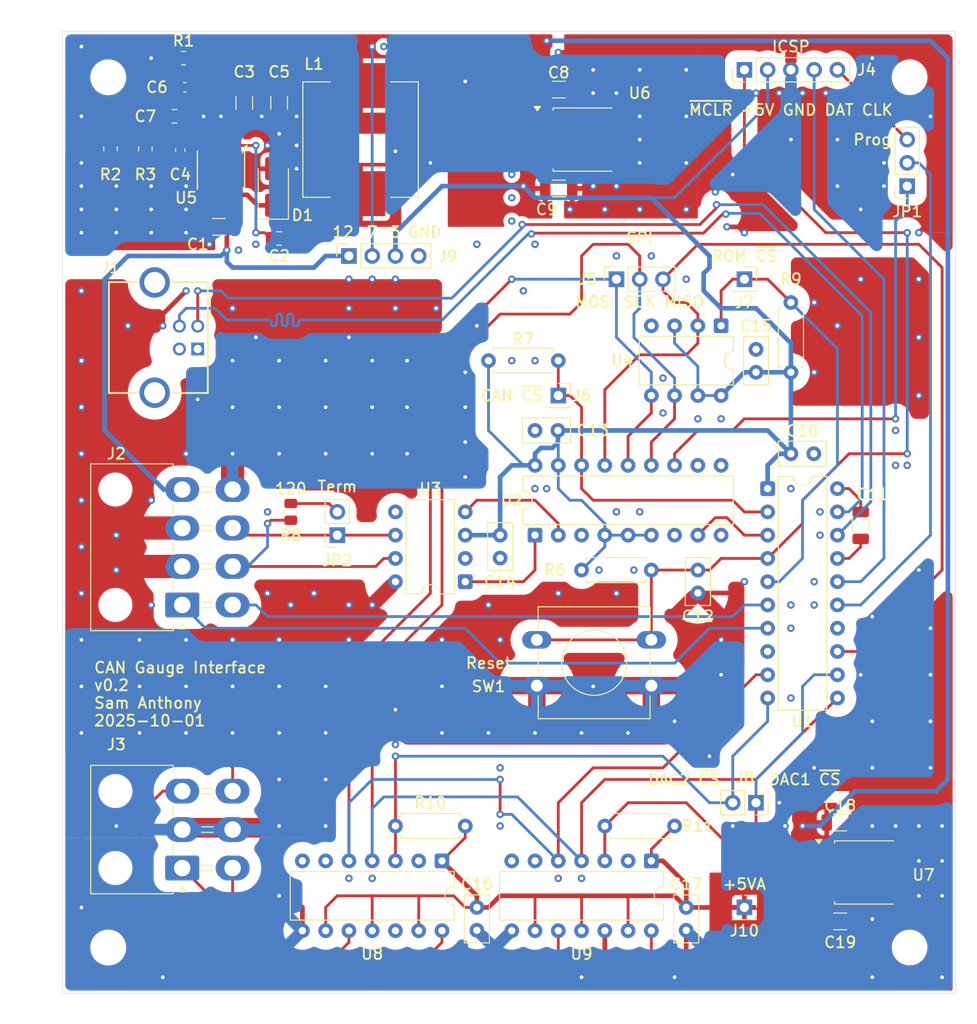
<source format=kicad_pcb>
(kicad_pcb (version 20241229) (generator "pcbnew") (generator_version "9.0")
  (title_block (title "CAN Gauge Interface") (date "2025-10-01") (rev "0.2") (company "Sam Anthony"))
  (layers (0 "F.Cu" signal) (4 "In1.Cu" signal) (6 "In2.Cu" signal) (2 "B.Cu" power) (13 "F.Paste" user) (15 "B.Paste" user) (5 "F.SilkS" user "F.Silkscreen") (7 "B.SilkS" user "B.Silkscreen") (1 "F.Mask" user) (3 "B.Mask" user) (25 "Edge.Cuts" user))
  (net 0 "")
  (net 1 "GND")
  (net 2 "+12V")
  (net 3 "Net-(U5-BOOT)")
  (net 4 "+7V")
  (net 5 "Net-(C7-Pad2)")
  (net 6 "+5V")
  (net 7 "Net-(U1-Vusb3v3)")
  (net 8 "/~{MCLR}")
  (net 9 "+5VA")
  (net 10 "/USB_D+")
  (net 11 "/USB_D-")
  (net 14 "/CAN_L")
  (net 15 "/Speed")
  (net 16 "/Tach")
  (net 17 "/CAN_H")
  (net 18 "/AN4")
  (net 19 "/AN2")
  (net 20 "/AN3")
  (net 21 "/AN1")
  (net 22 "/ICSP_CLK")
  (net 23 "/ICSP_DAT")
  (net 24 "/SCK")
  (net 25 "/MOSI")
  (net 26 "/MISO")
  (net 27 "/CAN_~{CS}")
  (net 28 "/ROM_~{CS}")
  (net 29 "/DAC2_~{CS}")
  (net 30 "/DAC1_~{CS}")
  (net 31 "/INT{slash}ICSP_CLK")
  (net 32 "/INT")
  (net 33 "Net-(JP2-B)")
  (net 35 "/CLK")
  (net 38 "/CAN_RX")
  (net 39 "/CAN_TX")
  (net 52 "/PH")
  (net 53 "/sense")
  (footprint "Connector_PinSocket_2.54mm:PinSocket_1x01_P2.54mm_Vertical" (layer "F.Cu") (at 124.46 129.54)
    (property "Reference" "J7")
    (property "Value" "ROM ~{CS}")
  )
  (footprint "Capacitor_SMD:C_1206_3216Metric" (layer "F.Cu") (at 104.189 119.634)
    (property "Reference" "C9")
    (property "Value" "10u" (hide yes))
  )
  (footprint "Capacitor_SMD:C_0805_2012Metric" (layer "F.Cu") (at 62.23 111.76 180)
    (property "Reference" "C7")
    (property "Value" "47n" (hide yes))
  )
  (footprint "Connector_PinSocket_2.54mm:PinSocket_1x04_P2.54mm_Vertical" (layer "F.Cu") (at 81.28 127 90)
    (property "Reference" "J9")
    (property "Value" "Conn_01x04_Socket" (hide yes))
  )
  (footprint "MountingHole:MountingHole_3.2mm_M3_DIN965" (layer "F.Cu") (at 55 202.5)
    (property "Reference" "H1" (hide yes))
    (property "Value" "MountingHole" (hide yes))
  )
  (footprint "Capacitor_SMD:C_1206_3216Metric" (layer "F.Cu") (at 134.923 199.644)
    (property "Reference" "C19")
    (property "Value" "10u" (hide yes))
  )
  (footprint "Resistor_THT:R_Axial_DIN0207_L6.3mm_D2.5mm_P7.62mm_Horizontal" (layer "F.Cu") (at 93.98 189.23 180)
    (property "Reference" "R10")
    (property "Value" "10k" (hide yes))
  )
  (footprint "Capacitor_SMD:C_1206_3216Metric" (layer "F.Cu") (at 134.923 188.849)
    (property "Reference" "C18")
    (property "Value" "10u" (hide yes))
  )
  (footprint "Package_TO_SOT_SMD:TO-252-2" (layer "F.Cu") (at 106.894 114.294)
    (property "Reference" "U6")
    (property "Value" "L78M05AB" (hide yes))
  )
  (footprint "Capacitor_THT:C_Disc_D5.0mm_W2.5mm_P2.50mm" (layer "F.Cu") (at 95.25 198.12 -90)
    (property "Reference" "C16")
    (property "Value" "100n" (hide yes))
  )
  (footprint "MountingHole:MountingHole_3.2mm_M3_DIN965" (layer "F.Cu") (at 142.5 202.5)
    (property "Reference" "H2" (hide yes))
    (property "Value" "MountingHole" (hide yes))
  )
  (footprint "Capacitor_SMD:C_0603_1608Metric" (layer "F.Cu") (at 62.865 115.43 -90)
    (property "Reference" "C4")
    (property "Value" "220p" (hide yes))
  )
  (footprint "footprints:Molex_Mini-Fit_Jr_5569-06A2_2x03_P4.20mm_Horizontal" (layer "F.Cu") (at 63.08 193.82 90)
    (property "Reference" "J3")
    (property "Value" "Analog")
  )
  (footprint "Resistor_SMD:R_0805_2012Metric" (layer "F.Cu") (at 63.2225 105.41)
    (property "Reference" "R1")
    (property "Value" "10k" (hide yes))
  )
  (footprint "USB_B_Samtec_USB-B-S-F-W-TH:SAMTEC_USB-B-S-X-X-TH" (layer "F.Cu") (at 60.07 135.91 -90)
    (property "Reference" "J1")
    (property "Value" "USB_B")
  )
  (footprint "Connector_PinSocket_2.54mm:PinSocket_1x02_P2.54mm_Vertical" (layer "F.Cu") (at 80.01 157.48 180)
    (property "Reference" "JP2")
    (property "Value" "Term")
  )
  (footprint "Capacitor_SMD:C_0603_1608Metric" (layer "F.Cu") (at 63.36 108.585)
    (property "Reference" "C6")
    (property "Value" "3300p" (hide yes))
  )
  (footprint "Inductor_SMD:L_Wuerth_WE-PD-Typ-LS_Handsoldering" (layer "F.Cu") (at 82.55 114.3 90)
    (property "Reference" "L1")
    (property "Value" "150u")
  )
  (footprint "MountingHole:MountingHole_3.2mm_M3_DIN965" (layer "F.Cu") (at 55 107.5)
    (property "Reference" "H4" (hide yes))
    (property "Value" "MountingHole" (hide yes))
  )
  (footprint "Resistor_SMD:R_0805_2012Metric" (layer "F.Cu") (at 55.245 115.2925 -90)
    (property "Reference" "R2")
    (property "Value" "3k24" (hide yes))
  )
  (footprint "Resistor_THT:R_Axial_DIN0207_L6.3mm_D2.5mm_P7.62mm_Horizontal" (layer "F.Cu") (at 106.68 161.29)
    (property "Reference" "R6")
    (property "Value" "10k" (hide yes))
  )
  (footprint "Connector_PinSocket_2.54mm:PinSocket_1x02_P2.54mm_Vertical" (layer "F.Cu") (at 125.73 186.69 -90)
    (property "Reference" "J8")
    (property "Value" "DAC ~{CS}" (hide yes))
  )
  (footprint "Button_Switch_THT:SW_PUSH-12mm" (layer "F.Cu") (at 114.3 173.91 180)
    (property "Reference" "SW1")
    (property "Value" "Reset")
  )
  (footprint "Capacitor_SMD:C_1206_3216Metric" (layer "F.Cu") (at 69.85 110.285 -90)
    (property "Reference" "C3")
    (property "Value" "22u" (hide yes))
  )
  (footprint "Connector_PinSocket_2.54mm:PinSocket_1x01_P2.54mm_Vertical" (layer "F.Cu") (at 104.14 142.24)
    (property "Reference" "J6")
    (property "Value" "CAN ~{CS}")
  )
  (footprint "Resistor_THT:R_Axial_DIN0207_L6.3mm_D2.5mm_P7.62mm_Horizontal" (layer "F.Cu") (at 129.54 139.7 90)
    (property "Reference" "R9")
    (property "Value" "10k" (hide yes))
  )
  (footprint "Connector_PinSocket_2.54mm:PinSocket_1x03_P2.54mm_Vertical" (layer "F.Cu") (at 142.24 119.38 180)
    (property "Reference" "JP1")
    (property "Value" "Prog")
  )
  (footprint "Package_DIP:DIP-14_W7.62mm" (layer "F.Cu") (at 91.44 193.04 -90)
    (property "Reference" "U8")
    (property "Value" "MCP4912" (hide yes))
  )
  (footprint "Diode_SMD:D_SMA" (layer "F.Cu") (at 73.025 119.475 90)
    (property "Reference" "D1")
    (property "Value" "SS34" (hide yes))
  )
  (footprint "footprints:Molex_Mini-Fit_Jr_5569-08A2_2x04_P4.20mm_Horizontal" (layer "F.Cu") (at 63.08 165.1 90)
    (property "Reference" "J2")
    (property "Value" "Conn_02x04_Top_Bottom")
  )
  (footprint "Resistor_SMD:R_0805_2012Metric" (layer "F.Cu") (at 59.055 115.2925 -90)
    (property "Reference" "R3")
    (property "Value" "2k7" (hide yes))
  )
  (footprint "Package_DIP:DIP-8_W7.62mm" (layer "F.Cu") (at 93.98 162.56 180)
    (property "Reference" "U3")
    (property "Value" "MCP2561-E-P" (hide yes))
  )
  (footprint "Resistor_THT:R_Axial_DIN0207_L6.3mm_D2.5mm_P7.62mm_Horizontal" (layer "F.Cu") (at 96.52 138.43)
    (property "Reference" "R7")
    (property "Value" "10k" (hide yes))
  )
  (footprint "Capacitor_SMD:C_1206_3216Metric" (layer "F.Cu") (at 73.66 110.285 -90)
    (property "Reference" "C5")
    (property "Value" "22u" (hide yes))
  )
  (footprint "Connector_PinHeader_2.54mm:PinHeader_1x05_P2.54mm_Vertical" (layer "F.Cu") (at 124.46 106.68 90)
    (property "Reference" "J4")
    (property "Value" "ICSP")
  )
  (footprint "Capacitor_THT:C_Disc_D5.0mm_W2.5mm_P2.50mm" (layer "F.Cu") (at 97.79 159.98 90)
    (property "Reference" "C14")
    (property "Value" "100n" (hide yes))
  )
  (footprint "Connector_PinSocket_2.54mm:PinSocket_1x03_P2.54mm_Vertical" (layer "F.Cu") (at 110.49 129.54 90)
    (property "Reference" "J5")
    (property "Value" "SPI Debug" (hide yes))
  )
  (footprint "Capacitor_SMD:C_1206_3216Metric" (layer "F.Cu") (at 104.189 108.839)
    (property "Reference" "C8")
    (property "Value" "10u" (hide yes))
  )
  (footprint "Connector_PinSocket_2.54mm:PinSocket_1x01_P2.54mm_Vertical" (layer "F.Cu") (at 124.46 198.12)
    (property "Reference" "J10")
    (property "Value" "+5VA")
  )
  (footprint "Package_DIP:DIP-20_W7.62mm" (layer "F.Cu") (at 127 152.4)
    (property "Reference" "U1")
    (property "Value" "PIC16F1459-IP" (hide yes))
  )
  (footprint "Capacitor_SMD:C_0805_2012Metric" (layer "F.Cu") (at 73.66 125.095)
    (property "Reference" "C2")
    (property "Value" "10n" (hide yes))
  )
  (footprint "Package_SO:TI_SO-PowerPAD-8" (layer "F.Cu") (at 67.31 117.635 -90)
    (property "Reference" "U5")
    (property "Value" "TPS5430DDA" (hide yes))
  )
  (footprint "Capacitor_THT:C_Disc_D5.0mm_W2.5mm_P2.50mm" (layer "F.Cu") (at 119.38 161.29 -90)
    (property "Reference" "C12")
    (property "Value" "100n" (hide yes))
  )
  (footprint "Capacitor_THT:C_Disc_D5.0mm_W2.5mm_P2.50mm" (layer "F.Cu") (at 118.11 198.12 -90)
    (property "Reference" "C17")
    (property "Value" "100n" (hide yes))
  )
  (footprint "Resistor_SMD:R_0805_2012Metric" (layer "F.Cu") (at 74.93 154.94 -90)
    (property "Reference" "R8")
    (property "Value" "120")
  )
  (footprint "Capacitor_THT:C_Disc_D5.0mm_W2.5mm_P2.50mm" (layer "F.Cu") (at 129.54 148.59)
    (property "Reference" "C10")
    (property "Value" "100n" (hide yes))
  )
  (footprint "MountingHole:MountingHole_3.2mm_M3_DIN965" (layer "F.Cu") (at 142.5 107.5)
    (property "Reference" "H3" (hide yes))
    (property "Value" "MountingHole" (hide yes))
  )
  (footprint "Capacitor_THT:C_Disc_D5.0mm_W2.5mm_P2.50mm" (layer "F.Cu") (at 101.6 146.05)
    (property "Reference" "C13")
    (property "Value" "100n" (hide yes))
  )
  (footprint "Resistor_THT:R_Axial_DIN0207_L6.3mm_D2.5mm_P7.62mm_Horizontal" (layer "F.Cu") (at 116.84 189.23 180)
    (property "Reference" "R11")
    (property "Value" "10k" (hide yes))
  )
  (footprint "Package_DIP:DIP-18_W7.62mm" (layer "F.Cu") (at 101.6 157.48 90)
    (property "Reference" "U2")
    (property "Value" "MCP2515-I/P" (hide yes))
  )
  (footprint "Capacitor_SMD:C_1206_3216Metric" (layer "F.Cu") (at 137.16 156.415 90)
    (property "Reference" "C11")
    (property "Value" "1u" (hide yes))
  )
  (footprint "Package_DIP:DIP-8_W7.62mm" (layer "F.Cu") (at 121.92 134.62 -90)
    (property "Reference" "U4")
    (property "Value" "25LC160C" (hide yes))
  )
  (footprint "Package_TO_SOT_SMD:TO-252-2" (layer "F.Cu") (at 137.628 194.304)
    (property "Reference" "U7")
    (property "Value" "L78M05AB" (hide yes))
  )
  (footprint "Capacitor_SMD:C_1206_3216Metric" (layer "F.Cu") (at 67.105 123.825 180)
    (property "Reference" "C1")
    (property "Value" "22u" (hide yes))
  )
  (footprint "Capacitor_THT:C_Disc_D5.0mm_W2.5mm_P2.50mm" (layer "F.Cu") (at 125.73 137.2 -90)
    (property "Reference" "C15")
    (property "Value" "100n" (hide yes))
  )
  (footprint "Package_DIP:DIP-14_W7.62mm" (layer "F.Cu") (at 114.3 193.04 -90)
    (property "Reference" "U9")
    (property "Value" "MCP4912" (hide yes))
  )
  (gr_rect (start 50 102.5) (end 147.5 207.5) (stroke (width 0.05)) (fill no) (layer "Edge.Cuts"))
  (gr_text "SPI" (at 113.03 125.73 0) (layer "F.SilkS") (effects (font (size 1.2 1.2) (thickness 0.2) (bold yes)) (justify bottom)))
  (gr_text "12" (at 80.645 125.095 0) (layer "F.SilkS") (effects (font (size 1.2 1.2) (thickness 0.2) (bold yes)) (justify bottom)))
  (gr_text "~{MCLR} +5V GND DAT CLK" (at 129.54 111.76 0) (layer "F.SilkS") (effects (font (size 1.2 1.2) (thickness 0.2) (bold yes)) (justify bottom)))
  (gr_text "CAN Gauge Interface\nv0.2\nSam Anthony\n2025-10-01" (at 53.34 178.435 0) (layer "F.SilkS") (effects (font (size 1.2 1.2) (thickness 0.2) (bold yes)) (justify left bottom)))
  (gr_text "GND" (at 89.535 125.095 0) (layer "F.SilkS") (effects (font (size 1.2 1.2) (thickness 0.2) (bold yes)) (justify bottom)))
  (gr_text "7\n" (at 83.82 125.095 0) (layer "F.SilkS") (effects (font (size 1.2 1.2) (thickness 0.2) (bold yes)) (justify bottom)))
  (gr_text "DAC2 ~{CS}" (at 121.92 184.15 0) (layer "F.SilkS") (effects (font (size 1.2 1.2) (thickness 0.2) (bold yes)) (justify right)))
  (gr_text "DAC1 ~{CS}" (at 127 184.15 0) (layer "F.SilkS") (effects (font (size 1.2 1.2) (thickness 0.2) (bold yes)) (justify left)))
  (gr_text "MOSI SCK MISO" (at 113.03 132.715 0) (layer "F.SilkS") (effects (font (size 1.2 1.2) (thickness 0.2) (bold yes)) (justify bottom)))
  (gr_text "5" (at 86.36 125.095 0) (layer "F.SilkS") (effects (font (size 1.2 1.2) (thickness 0.2) (bold yes)) (justify bottom)))
  (segment (start 134.62 152.4) (end 135.89 152.4) (width 0.3048) (layer "F.Cu") (net 1))
  (segment (start 128.905 187.325) (end 128.27 186.69) (width 0.508) (layer "F.Cu") (net 1))
  (segment (start 116.84 205.74) (end 118.11 204.47) (width 0.508) (layer "F.Cu") (net 1))
  (segment (start 123.23 163.79) (end 119.38 163.79) (width 0.508) (layer "F.Cu") (net 1))
  (segment (start 105.664 105.664) (end 105.664 108.839) (width 0.508) (layer "F.Cu") (net 1))
  (segment (start 104.14 104.775) (end 104.775 104.775) (width 0.508) (layer "F.Cu") (net 1))
  (segment (start 123.825 123.825) (end 124.46 124.46) (width 0.508) (layer "F.Cu") (net 1))
  (segment (start 66.675 118.3775) (end 66.535 118.2375) (width 0.508) (layer "F.Cu") (net 1))
  (segment (start 146.05 121.92) (end 146.05 113.03) (width 0.508) (layer "F.Cu") (net 1))
  (segment (start 118.11 204.47) (end 118.11 200.62) (width 0.508) (layer "F.Cu") (net 1))
  (segment (start 146.05 113.03) (end 144.78 111.76) (width 0.508) (layer "F.Cu") (net 1))
  (segment (start 137.16 153.67) (end 137.16 154.94) (width 0.3048) (layer "F.Cu") (net 1))
  (segment (start 122.555 123.825) (end 123.825 123.825) (width 0.508) (layer "F.Cu") (net 1))
  (segment (start 143.51 124.46) (end 146.05 121.92) (width 0.508) (layer "F.Cu") (net 1))
  (segment (start 73.66 189.23) (end 73.66 196.85) (width 0.508) (layer "F.Cu") (net 1))
  (segment (start 60.96 133.35) (end 60.96 134.62) (width 0.508) (layer "F.Cu") (net 1))
  (segment (start 73.66 196.85) (end 74.93 196.85) (width 0.508) (layer "F.Cu") (net 1))
  (segment (start 74.93 196.85) (end 76.2 198.12) (width 0.508) (layer "F.Cu") (net 1))
  (segment (start 109.22 203.2) (end 109.22 200.66) (width 0.508) (layer "F.Cu") (net 1))
  (segment (start 60.96 134.62) (end 57.15 134.62) (width 0.508) (layer "F.Cu") (net 1))
  (segment (start 104.775 104.775) (end 105.664 105.664) (width 0.508) (layer "F.Cu") (net 1))
  (segment (start 124.46 162.56) (end 123.23 163.79) (width 0.508) (layer "F.Cu") (net 1))
  (segment (start 128.27 186.69) (end 132.08 182.88) (width 0.508) (layer "F.Cu") (net 1))
  (segment (start 135.89 152.4) (end 137.16 153.67) (width 0.3048) (layer "F.Cu") (net 1))
  (segment (start 124.46 119.38) (end 123.19 118.11) (width 0.508) (layer "F.Cu") (net 1))
  (segment (start 76.2 198.12) (end 76.2 200.66) (width 0.508) (layer "F.Cu") (net 1))
  (segment (start 86.36 180.34) (end 86.36 176.53) (width 0.508) (layer "F.Cu") (net 1))
  (segment (start 66.675 120.415) (end 66.675 118.3775) (width 0.508) (layer "F.Cu") (net 1))
  (segment (start 106.68 205.74) (end 109.22 203.2) (width 0.508) (layer "F.Cu") (net 1))
  (segment (start 63.5 130.81) (end 60.96 133.35) (width 0.508) (layer "F.Cu") (net 1))
  (segment (start 124.46 124.46) (end 124.46 119.38) (width 0.508) (layer "F.Cu") (net 1))
  (segment (start 128.905 189.23) (end 128.905 187.325) (width 0.508) (layer "F.Cu") (net 1))
  (via (at 128.27 109.22) (size 0.8128) (drill 0.4) (layers "F.Cu" "B.Cu") (net 1))
  (via (at 68.58 148.59) (size 0.8128) (drill 0.4) (layers "F.Cu" "B.Cu") (net 1))
  (via (at 78.74 179.07) (size 0.8128) (drill 0.4) (layers "F.Cu" "B.Cu") (net 1))
  (via (at 66.04 125.73) (size 0.8128) (drill 0.4) (layers "F.Cu" "B.Cu") (net 1))
  (via (at 71.755 111.76) (size 0.8128) (drill 0.4) (layers "F.Cu" "B.Cu") (net 1))
  (via (at 52.07 148.59) (size 0.8128) (drill 0.4) (layers "F.Cu" "B.Cu") (net 1))
  (via (at 73.66 113.665) (size 0.8128) (drill 0.4) (layers "F.Cu" "B.Cu") (net 1))
  (via (at 86.36 132.715) (size 0.8128) (drill 0.4) (layers "F.Cu" "B.Cu") (net 1))
  (via (at 122.555 123.825) (size 0.8128) (drill 0.4) (layers "F.Cu" "B.Cu") (net 1))
  (via (at 138.43 182.88) (size 0.8128) (drill 0.4) (layers "F.Cu" "B.Cu") (net 1))
  (via (at 99.06 138.43) (size 0.8128) (drill 0.4) (layers "F.Cu" "B.Cu") (net 1))
  (via (at 63.5 124.46) (size 0.8128) (drill 0.4) (layers "F.Cu" "B.Cu") (net 1))
  (via (at 58.42 179.07) (size 0.8128) (drill 0.4) (layers "F.Cu" "B.Cu") (net 1))
  (via (at 96.52 179.07) (size 0.8128) (drill 0.4) (layers "F.Cu" "B.Cu") (net 1))
  (via (at 86.36 115.57) (size 0.8128) (drill 0.4) (layers "F.Cu" "B.Cu") (net 1))
  (via (at 139.7 116.84) (size 0.8128) (drill 0.4) (layers "F.Cu" "B.Cu") (net 1))
  (via (at 106.68 179.07) (size 0.8128) (drill 0.4) (layers "F.Cu" "B.Cu") (net 1))
  (via (at 110.49 109.22) (size 0.8128) (drill 0.4) (layers "F.Cu" "B.Cu") (net 1))
  (via (at 125.73 109.22) (size 0.8128) (drill 0.4) (layers "F.Cu" "B.Cu") (net 1))
  (via (at 113.03 111.76) (size 0.8128) (drill 0.4) (layers "F.Cu" "B.Cu") (net 1))
  (via (at 146.05 196.85) (size 0.8128) (drill 0.4) (layers "F.Cu" "B.Cu") (net 1))
  (via (at 118.11 129.54) (size 0.8128) (drill 0.4) (layers "F.Cu" "B.Cu") (net 1))
  (via (at 67.31 111.76) (size 0.8128) (drill 0.4) (layers "F.Cu" "B.Cu") (net 1))
  (via (at 110.49 119.38) (size 0.8128) (drill 0.4) (layers "F.Cu" "B.Cu") (net 1))
  (via (at 137.16 129.54) (size 0.8128) (drill 0.4) (layers "F.Cu" "B.Cu") (net 1))
  (via (at 95.25 134.62) (size 0.8128) (drill 0.4) (layers "F.Cu" "B.Cu") (net 1))
  (via (at 83.82 143.51) (size 0.8128) (drill 0.4) (layers "F.Cu" "B.Cu") (net 1))
  (via (at 68.58 138.43) (size 0.8128) (drill 0.4) (layers "F.Cu" "B.Cu") (net 1))
  (via (at 121.92 168.91) (size 0.8128) (drill 0.4) (layers "F.Cu" "B.Cu") (net 1))
  (via (at 73.66 173.99) (size 0.8128) (drill 0.4) (layers "F.Cu" "B.Cu") (net 1))
  (via (at 138.43 199.39) (size 0.8128) (drill 0.4) (layers "F.Cu" "B.Cu") (net 1))
  (via (at 60.96 205.74) (size 0.8128) (drill 0.4) (layers "F.Cu" "B.Cu") (net 1))
  (via (at 69.215 126.365) (size 0.8128) (drill 0.4) (layers "F.Cu" "B.Cu") (net 1))
  (via (at 119.38 144.78) (size 0.8128) (drill 0.4) (layers "F.Cu" "B.Cu") (net 1))
  (via (at 59.69 105.41) (size 0.8128) (drill 0.4) (layers "F.Cu" "B.Cu") (net 1))
  (via (at 146.05 193.04) (size 0.8128) (drill 0.4) (layers "F.Cu" "B.Cu") (net 1))
  (via (at 55.88 157.48) (size 0.8128) (drill 0.4) (layers "F.Cu" "B.Cu") (net 1))
  (via (at 57.15 134.62) (size 0.8128) (drill 0.4) (layers "F.Cu" "B.Cu") (net 1))
  (via (at 143.51 129.54) (size 0.8128) (drill 0.4) (layers "F.Cu" "B.Cu") (net 1))
  (via (at 143.51 189.23) (size 0.8128) (drill 0.4) (layers "F.Cu" "B.Cu") (net 1))
  (via (at 120.65 181.61) (size 0.8128) (drill 0.4) (layers "F.Cu" "B.Cu") (net 1))
  (via (at 75.565 117.475) (size 0.8128) (drill 0.4) (layers "F.Cu" "B.Cu") (net 1))
  (via (at 74.93 165.1) (size 0.8128) (drill 0.4) (layers "F.Cu" "B.Cu") (net 1))
  (via (at 104.14 104.775) (size 0.8128) (drill 0.4) (layers "F.Cu" "B.Cu") (net 1))
  (via (at 81.28 129.54) (size 0.8128) (drill 0.4) (layers "F.Cu" "B.Cu") (net 1))
  (via (at 111.76 179.07) (size 0.8128) (drill 0.4) (layers "F.Cu" "B.Cu") (net 1))
  (via (at 78.74 143.51) (size 0.8128) (drill 0.4) (layers "F.Cu" "B.Cu") (net 1))
  (via (at 52.07 168.91) (size 0.8128) (drill 0.4) (layers "F.Cu" "B.Cu") (net 1))
  (via (at 118.11 116.84) (size 0.8128) (drill 0.4) (layers "F.Cu" "B.Cu") (net 1))
  (via (at 91.44 173.99) (size 0.8128) (drill 0.4) (layers "F.Cu" "B.Cu") (net 1))
  (via (at 68.58 173.99) (size 0.8128) (drill 0.4) (layers "F.Cu" "B.Cu") (net 1))
  (via (at 65.405 111.76) (size 0.8128) (drill 0.4) (layers "F.Cu" "B.Cu") (net 1))
  (via (at 55.88 121.92) (size 0.8128) (drill 0.4) (layers "F.Cu" "B.Cu") (net 1))
  (via (at 73.66 148.59) (size 0.8128) (drill 0.4) (layers "F.Cu" "B.Cu") (net 1))
  (via (at 121.285 120.015) (size 0.8128) (drill 0.4) (layers "F.Cu" "B.Cu") (net 1))
  (via (at 81.28 132.715) (size 0.8128) (drill 0.4) (layers "F.Cu" "B.Cu") (net 1))
  (via (at 132.08 139.7) (size 0.8128) (drill 0.4) (layers "F.Cu" "B.Cu") (net 1))
  (via (at 138.43 189.23) (size 0.8128) (drill 0.4) (layers "F.Cu" "B.Cu") (net 1))
  (via (at 124.46 124.46) (size 0.8128) (drill 0.4) (layers "F.Cu" "B.Cu") (net 1))
  (via (at 63.5 179.07) (size 0.8128) (drill 0.4) (layers "F.Cu" "B.Cu") (net 1))
  (via (at 132.08 162.56) (size 0.8128) (drill 0.4) (layers "F.Cu" "B.Cu") (net 1))
  (via (at 110.49 127) (size 0.8128) (drill 0.4) (layers "F.Cu" "B.Cu") (net 1))
  (via (at 59.69 153.67) (size 0.8128) (drill 0.4) (layers "F.Cu" "B.Cu") (net 1))
  (via (at 128.905 189.23) (size 0.8128) (drill 0.4) (layers "F.Cu" "B.Cu") (net 1))
  (via (at 107.95 119.38) (size 0.8128) (drill 0.4) (layers "F.Cu" "B.Cu") (net 1))
  (via (at 99.06 120.65) (size 0.8128) (drill 0.4) (layers "F.Cu" "B.Cu") (net 1))
  (via (at 140.97 149.86) (size 0.8128) (drill 0.4) (layers "F.Cu" "B.Cu") (net 1))
  (via (at 90.17 116.84) (size 0.8128) (drill 0.4) (layers "F.Cu" "B.Cu") (net 1))
  (via (at 87.63 143.51) (size 0.8128) (drill 0.4) (layers "F.Cu" "B.Cu") (net 1))
  (via (at 142.24 149.86) (size 0.8128) (drill 0.4) (layers "F.Cu" "B.Cu") (net 1))
  (via (at 132.715 157.48) (size 0.8128) (drill 0.4) (layers "F.Cu" "B.Cu") (net 1))
  (via (at 143.51 142.24) (size 0.8128) (drill 0.4) (layers "F.Cu" "B.Cu") (net 1))
  (via (at 93.98 151.13) (size 0.8128) (drill 0.4) (layers "F.Cu" "B.Cu") (net 1))
  (via (at 63.5 148.59) (size 0.8128) (drill 0.4) (layers "F.Cu" "B.Cu") (net 1))
  (via (at 83.82 148.59) (size 0.8128) (drill 0.4) (layers "F.Cu" "B.Cu") (net 1))
  (via (at 52.07 130.81) (size 0.8128) (drill 0.4) (layers "F.Cu" "B.Cu") (net 1))
  (via (at 143.51 124.46) (size 0.8128) (drill 0.4) (layers "F.Cu" "B.Cu") (net 1))
  (via (at 128.27 186.69) (size 0.8128) (drill 0.4) (layers "F.Cu" "B.Cu") (net 1))
  (via (at 132.08 165.1) (size 0.8128) (drill 0.4) (layers "F.Cu" "B.Cu") (net 1))
  (via (at 134.62 119.38) (size 0.8128) (drill 0.4) (layers "F.Cu" "B.Cu") (net 1))
  (via (at 85.09 104.14) (size 0.8128) (drill 0.4) (layers "F.Cu" "B.Cu") (net 1))
  (via (at 52.07 198.12) (size 0.8128) (drill 0.4) (layers "F.Cu" "B.Cu") (net 1))
  (via (at 129.54 165.1) (size 0.8128) (drill 0.4) (layers "F.Cu" "B.Cu") (net 1))
  (via (at 138.43 105.41) (size 0.8128) (drill 0.4) (layers "F.Cu" "B.Cu") (net 1))
  (via (at 91.44 168.91) (size 0.8128) (drill 0.4) (layers "F.Cu" "B.Cu") (net 1))
  (via (at 130.81 109.22) (size 0.8128) (drill 0.4) (layers "F.Cu" "B.Cu") (net 1))
  (via (at 52.07 116.84) (size 0.8128) (drill 0.4) (layers "F.Cu" "B.Cu") (net 1))
  (via (at 106.68 205.74) (size 0.8128) (drill 0.4) (layers "F.Cu" "B.Cu") (net 1))
  (via (at 129.54 152.4) (size 0.8128) (drill 0.4) (layers "F.Cu" "B.Cu") (net 1))
  (via (at 134.62 134.62) (size 0.8128) (drill 0.4) (layers "F.Cu" "B.Cu") (net 1))
  (via (at 93.98 107.95) (size 0.8128) (drill 0.4) (layers "F.Cu" "B.Cu") (net 1))
  (via (at 116.84 177.8) (size 0.8128) (drill 0.4) (layers "F.Cu" "B.Cu") (net 1))
  (via (at 52.07 119.38) (size 0.8128) (drill 0.4) (layers "F.Cu" "B.Cu") (net 1))
  (via (at 59.69 165.1) (size 0.8128) (drill 0.4) (layers "F.Cu" "B.Cu") (net 1))
  (via (at 146.05 205.74) (size 0.8128) (drill 0.4) (layers "F.Cu" "B.Cu") (net 1))
  (via (at 101.6 125.73) (size 0.8128) (drill 0.4) (layers "F.Cu" "B.Cu") (net 1))
  (via (at 133.35 109.22) (size 0.8128) (drill 0.4) (layers "F.Cu" "B.Cu") (net 1))
  (via (at 144.78 182.88) (size 0.8128) (drill 0.4) (layers "F.Cu" "B.Cu") (net 1))
  (via (at 144.78 177.8) (size 0.8128) (drill 0.4) (layers "F.Cu" "B.Cu") (net 1))
  (via (at 144.78 111.76) (size 0.8128) (drill 0.4) (layers "F.Cu" "B.Cu") (net 1))
  (via (at 55.88 189.23) (size 0.8128) (drill 0.4) (layers "F.Cu" "B.Cu") (net 1))
  (via (at 59.69 121.92) (size 0.8128) (drill 0.4) (layers "F.Cu" "B.Cu") (net 1))
  (via (at 78.74 173.99) (size 0.8128) (drill 0.4) (layers "F.Cu" "B.Cu") (net 1))
  (via (at 97.79 168.91) (size 0.8128) (drill 0.4) (layers "F.Cu" "B.Cu") (net 1))
  (via (at 115.57 140.335) (size 0.8128) (drill 0.4) (layers "F.Cu" "B.Cu") (net 1))
  (via (at 73.66 179.07) (size 0.8128) (drill 0.4) (layers "F.Cu" "B.Cu") (net 1))
  (via (at 73.66 138.43) (size 0.8128) (drill 0.4) (layers "F.Cu" "B.Cu") (net 1))
  (via (at 55.88 119.38) (size 0.8128) (drill 0.4) (layers "F.Cu" "B.Cu") (net 1))
  (via (at 52.07 153.67) (size 0.8128) (drill 0.4) (layers "F.Cu" "B.Cu") (net 1))
  (via (at 95.25 125.73) (size 0.8128) (drill 0.4) (layers "F.Cu" "B.Cu") (net 1))
  (via (at 72.39 163.83) (size 0.8128) (drill 0.4) (layers "F.Cu" "B.Cu") (net 1))
  (via (at 86.36 129.54) (size 0.8128) (drill 0.4) (layers "F.Cu" "B.Cu") (net 1))
  (via (at 106.68 194.945) (size 0.8128) (drill 0.4) (layers "F.Cu" "B.Cu") (net 1))
  (via (at 132.08 182.88) (size 0.8128) (drill 0.4) (layers "F.Cu" "B.Cu") (net 1))
  (via (at 104.14 163.83) (size 0.8128) (drill 0.4) (layers "F.Cu" "B.Cu") (net 1))
  (via (at 143.51 161.29) (size 0.8128) (drill 0.4) (layers "F.Cu" "B.Cu") (net 1))
  (via (at 75.565 114.935) (size 0.8128) (drill 0.4) (layers "F.Cu" "B.Cu") (net 1))
  (via (at 78.74 189.23) (size 0.8128) (drill 0.4) (layers "F.Cu" "B.Cu") (net 1))
  (via (at 112.395 161.29) (size 0.8128) (drill 0.4) (layers "F.Cu" "B.Cu") (net 1))
  (via (at 63.5 168.91) (size 0.8128) (drill 0.4) (layers "F.Cu" "B.Cu") (net 1))
  (via (at 87.63 138.43) (size 0.8128) (drill 0.4) (layers "F.Cu" "B.Cu") (net 1))
  (via (at 121.92 144.78) (size 0.8128) (drill 0.4) (layers "F.Cu" "B.Cu") (net 1))
  (via (at 138.43 177.8) (size 0.8128) (drill 0.4) (layers "F.Cu" "B.Cu") (net 1))
  (via (at 140.97 189.23) (size 0.8128) (drill 0.4) (layers "F.Cu" "B.Cu") (net 1))
  (via (at 113.03 114.3) (size 0.8128) (drill 0.4) (layers "F.Cu" "B.Cu") (net 1))
  (via (at 83.82 165.1) (size 0.8128) (drill 0.4) (layers "F.Cu" "B.Cu") (net 1))
  (via (at 60.96 134.62) (size 0.8128) (drill 0.4) (layers "F.Cu" "B.Cu") (net 1))
  (via (at 115.57 144.145) (size 0.8128) (drill 0.4) (layers "F.Cu" "B.Cu") (net 1))
  (via (at 118.11 111.76) (size 0.8128) (drill 0.4) (layers "F.Cu" "B.Cu") (net 1))
  (via (at 68.58 132.715) (size 0.8128) (drill 0.4) (layers "F.Cu" "B.Cu") (net 1))
  (via (at 68.58 179.07) (size 0.8128) (drill 0.4) (layers "F.Cu" "B.Cu") (net 1))
  (via (at 71.12 125.73) (size 0.8128) (drill 0.4) (layers "F.Cu" "B.Cu") (net 1))
  (via (at 123.19 118.11) (size 0.8128) (drill 0.4) (layers "F.Cu" "B.Cu") (net 1))
  (via (at 63.5 173.99) (size 0.8128) (drill 0.4) (layers "F.Cu" "B.Cu") (net 1))
  (via (at 52.07 179.07) (size 0.8128) (drill 0.4) (layers "F.Cu" "B.Cu") (net 1))
  (via (at 129.54 114.3) (size 0.8128) (drill 0.4) (layers "F.Cu" "B.Cu") (net 1))
  (via (at 58.42 168.91) (size 0.8128) (drill 0.4) (layers "F.Cu" "B.Cu") (net 1))
  (via (at 77.47 163.83) (size 0.8128) (drill 0.4) (layers "F.Cu" "B.Cu") (net 1))
  (via (at 138.43 205.74) (size 0.8128) (drill 0.4) (layers "F.Cu" "B.Cu") (net 1))
  (via (at 55.88 161.29) (size 0.8128) (drill 0.4) (layers "F.Cu" "B.Cu") (net 1))
  (via (at 105.41 121.92) (size 0.8128) (drill 0.4) (layers "F.Cu" "B.Cu") (net 1))
  (via (at 116.84 205.74) (size 0.8128) (drill 0.4) (layers "F.Cu" "B.Cu") (net 1))
  (via (at 93.98 143.51) (size 0.8128) (drill 0.4) (layers "F.Cu" "B.Cu") (net 1))
  (via (at 99.06 118.11) (size 0.8128) (drill 0.4) (layers "F.Cu" "B.Cu") (net 1))
  (via (at 100.33 130.81) (size 0.8128) (drill 0.4) (layers "F.Cu" "B.Cu") (net 1))
  (via (at 102.87 152.4) (size 0.8128) (drill 0.4) (layers "F.Cu" "B.Cu") (net 1))
  (via (at 52.07 163.83) (size 0.8128) (drill 0.4) (layers "F.Cu" "B.Cu") (net 1))
  (via (at 87.63 148.59) (size 0.8128) (drill 0.4) (layers "F.Cu" "B.Cu") (net 1))
  (via (at 118.11 121.92) (size 0.8128) (drill 0.4) (layers "F.Cu" "B.Cu") (net 1))
  (via (at 72.39 114.935) (size 0.8128) (drill 0.4) (layers "F.Cu" "B.Cu") (net 1))
  (via (at 123.19 189.23) (size 0.8128) (drill 0.4) (layers "F.Cu" "B.Cu") (net 1))
  (via (at 52.07 138.43) (size 0.8128) (drill 0.4) (layers "F.Cu" "B.Cu") (net 1))
  (via (at 83.82 129.54) (size 0.8128) (drill 0.4) (layers "F.Cu" "B.Cu") (net 1))
  (via (at 144.78 172.72) (size 0.8128) (drill 0.4) (layers "F.Cu" "B.Cu") (net 1))
  (via (at 63.5 130.81) (size 0.8128) (drill 0.4) (layers "F.Cu" "B.Cu") (net 1))
  (via (at 90.805 132.715) (size 0.8128) (drill 0.4) (layers "F.Cu" "B.Cu") (net 1))
  (via (at 104.14 194.945) (size 0.8128) (drill 0.4) (layers "F.Cu" "B.Cu") (net 1))
  (via (at 101.6 152.4) (size 0.8128) (drill 0.4) (layers "F.Cu" "B.Cu") (net 1))
  (via (at 63.5 121.92) (size 0.8128) (drill 0.4) (layers "F.Cu" "B.Cu") (net 1))
  (via (at 73.66 143.51) (size 0.8128) (drill 0.4) (layers "F.Cu" "B.Cu") (net 1))
  (via (at 86.36 176.53) (size 0.8128) (drill 0.4) (layers "F.Cu" "B.Cu") (net 1))
  (via (at 73.66 168.91) (size 0.8128) (drill 0.4) (layers "F.Cu" "B.Cu") (net 1))
  (via (at 52.07 111.76) (size 0.8128) (drill 0.4) (layers "F.Cu" "B.Cu") (net 1))
  (via (at 137.16 172.72) (size 0.8128) (drill 0.4) (layers "F.Cu" "B.Cu") (net 1))
  (via (at 107.95 109.22) (size 0.8128) (drill 0.4) (layers "F.Cu" "B.Cu") (net 1))
  (via (at 101.6 138.43) (size 0.8128) (drill 0.4) (layers "F.Cu" "B.Cu") (net 1))
  (via (at 71.12 135.89) (size 0.8128) (drill 0.4) (layers "F.Cu" "B.Cu") (net 1))
  (via (at 97.79 189.23) (size 0.8128) (drill 0.4) (layers "F.Cu" "B.Cu") (net 1))
  (via (at 137.16 121.92) (size 0.8128) (drill 0.4) (layers "F.Cu" "B.Cu") (net 1))
  (via (at 118.11 106.68) (size 0.8128) (drill 0.4) (layers "F.Cu" "B.Cu") (net 1))
  (via (at 52.07 124.46) (size 0.8128) (drill 0.4) (layers "F.Cu" "B.Cu") (net 1))
  (via (at 139.7 119.38) (size 0.8128) (drill 0.4) (layers "F.Cu" "B.Cu") (net 1))
  (via (at 78.74 138.43) (size 0.8128) (drill 0.4) (layers "F.Cu" "B.Cu") (net 1))
  (via (at 83.82 194.945) (size 0.8128) (drill 0.4) (layers "F.Cu" "B.Cu") (net 1))
  (via (at 146.05 189.23) (size 0.8128) (drill 0.4) (layers "F.Cu" "B.Cu") (net 1))
  (via (at 113.03 106.68) (size 0.8128) (drill 0.4) (layers "F.Cu" "B.Cu") (net 1))
  (via (at 72.39 154.94) (size 0.8128) (drill 0.4) (layers "F.Cu" "B.Cu") (net 1))
  (via (at 121.92 172.72) (size 0.8128) (drill 0.4) (layers "F.Cu" "B.Cu") (net 1))
  (via (at 134.62 114.3) (size 0.8128) (drill 0.4) (layers "F.Cu" "B.Cu") (net 1))
  (via (at 59.69 119.38) (size 0.8128) (drill 0.4) (layers "F.Cu" "B.Cu") (net 1))
  (via (at 78.74 184.15) (size 0.8128) (drill 0.4) (layers "F.Cu" "B.Cu") (net 1))
  (via (at 129.54 175.26) (size 0.8128) (drill 0.4) (layers "F.Cu" "B.Cu") (net 1))
  (via (at 138.43 166.37) (size 0.8128) (drill 0.4) (layers "F.Cu" "B.Cu") (net 1))
  (via (at 132.08 132.08) (size 0.8128) (drill 0.4) (layers "F.Cu" "B.Cu") (net 1))
  (via (at 107.95 173.99) (size 0.8128) (drill 0.4) (layers "F.Cu" "B.Cu") (net 1))
  (via (at 81.28 194.945) (size 0.8128) (drill 0.4) (layers "F.Cu" "B.Cu") (net 1))
  (via (at 97.79 182.88) (size 0.8128) (drill 0.4) (layers "F.Cu" "B.Cu") (net 1))
  (via (at 124.46 162.56) (size 0.8128) (drill 0.4) (layers "F.Cu" "B.Cu") (net 1))
  (via (at 83.82 138.43) (size 0.8128) (drill 0.4) (layers "F.Cu" "B.Cu") (net 1))
  (via (at 78.74 148.59) (size 0.8128) (drill 0.4) (layers "F.Cu" "B.Cu") (net 1))
  (via (at 93.98 147.32) (size 0.8128) (drill 0.4) (layers "F.Cu" "B.Cu") (net 1))
  (via (at 55.88 124.46) (size 0.8128) (drill 0.4) (layers "F.Cu" "B.Cu") (net 1))
  (via (at 93.98 139.7) (size 0.8128) (drill 0.4) (layers "F.Cu" "B.Cu") (net 1))
  (via (at 81.28 165.1) (size 0.8128) (drill 0.4) (layers "F.Cu" "B.Cu") (net 1))
  (via (at 108.585 161.29) (size 0.8128) (drill 0.4) (layers "F.Cu" "B.Cu") (net 1))
  (via (at 73.66 189.23) (size 0.8128) (drill 0.4) (layers "F.Cu" "B.Cu") (net 1))
  (via (at 58.42 173.99) (size 0.8128) (drill 0.4) (layers "F.Cu" "B.Cu") (net 1))
  (via (at 132.715 154.94) (size 0.8128) (drill 0.4) (layers "F.Cu" "B.Cu") (net 1))
  (via (at 143.51 196.85) (size 0.8128) (drill 0.4) (layers "F.Cu" "B.Cu") (net 1))
  (via (at 68.58 168.91) (size 0.8128) (drill 0.4) (layers "F.Cu" "B.Cu") (net 1))
  (via (at 110.49 154.94) (size 0.8128) (drill 0.4) (layers "F.Cu" "B.Cu") (net 1))
  (via (at 144.78 167.64) (size 0.8128) (drill 0.4) (layers "F.Cu" "B.Cu") (net 1))
  (via (at 113.03 154.94) (size 0.8128) (drill 0.4) (layers "F.Cu" "B.Cu") (net 1))
  (via (at 113.03 116.84) (size 0.8128) (drill 0.4) (layers "F.Cu" "B.Cu") (net 1))
  (via (at 63.5 119.38) (size 0.8128) (drill 0.4) (layers "F.Cu" "B.Cu") (net 1))
  (via (at 59.69 124.46) (size 0.8128) (drill 0.4) (layers "F.Cu" "B.Cu") (net 1))
  (via (at 75.565 111.76) (size 0.8128) (drill 0.4) (layers "F.Cu" "B.Cu") (net 1))
  (via (at 52.07 143.51) (size 0.8128) (drill 0.4) (layers "F.Cu" "B.Cu") (net 1))
  (via (at 113.03 121.92) (size 0.8128) (drill 0.4) (layers "F.Cu" "B.Cu") (net 1))
  (via (at 86.36 180.34) (size 0.8128) (drill 0.4) (layers "F.Cu" "B.Cu") (net 1))
  (via (at 96.52 165.1) (size 0.8128) (drill 0.4) (layers "F.Cu" "B.Cu") (net 1))
  (via (at 52.07 104.14) (size 0.8128) (drill 0.4) (layers "F.Cu" "B.Cu") (net 1))
  (via (at 129.54 167.64) (size 0.8128) (drill 0.4) (layers "F.Cu" "B.Cu") (net 1))
  (via (at 52.07 158.75) (size 0.8128) (drill 0.4) (layers "F.Cu" "B.Cu") (net 1))
  (via (at 68.58 143.51) (size 0.8128) (drill 0.4) (layers "F.Cu" "B.Cu") (net 1))
  (via (at 143.51 193.04) (size 0.8128) (drill 0.4) (layers "F.Cu" "B.Cu") (net 1))
  (via (at 99.06 123.19) (size 0.8128) (drill 0.4) (layers "F.Cu" "B.Cu") (net 1))
  (via (at 81.28 135.89) (size 0.8128) (drill 0.4) (layers "F.Cu" "B.Cu") (net 1))
  (via (at 107.95 106.68) (size 0.8128) (drill 0.4) (layers "F.Cu" "B.Cu") (net 1))
  (via (at 109.22 121.92) (size 0.8128) (drill 0.4) (layers "F.Cu" "B.Cu") (net 1))
  (via (at 73.66 184.15) (size 0.8128) (drill 0.4) (layers "F.Cu" "B.Cu") (net 1))
  (via (at 52.07 121.92) (size 0.8128) (drill 0.4) (layers "F.Cu" "B.Cu") (net 1))
  (via (at 73.66 196.85) (size 0.8128) (drill 0.4) (layers "F.Cu" "B.Cu") (net 1))
  (via (at 110.49 163.83) (size 0.8128) (drill 0.4) (layers "F.Cu" "B.Cu") (net 1))
  (via (at 52.07 173.99) (size 0.8128) (drill 0.4) (layers "F.Cu" "B.Cu") (net 1))
  (via (at 81.28 168.91) (size 0.8128) (drill 0.4) (layers "F.Cu" "B.Cu") (net 1))
  (via (at 114.3 127) (size 0.8128) (drill 0.4) (layers "F.Cu" "B.Cu") (net 1))
  (via (at 140.97 146.05) (size 0.8128) (drill 0.4) (layers "F.Cu" "B.Cu") (net 1))
  (via (at 91.44 179.07) (size 0.8128) (drill 0.4) (layers "F.Cu" "B.Cu") (net 1))
  (via (at 101.6 179.07) (size 0.8128) (drill 0.4) (layers "F.Cu" "B.Cu") (net 1))
  (via (at 143.51 135.89) (size 0.8128) (drill 0.4) (layers "F.Cu" "B.Cu") (net 1))
  (segment (start 72.39 114.935) (end 73.66 113.665) (width 0.508) (layer "B.Cu") (net 1))
  (segment (start 130.81 109.22) (end 128.27 109.22) (width 0.508) (layer "B.Cu") (net 1))
  (segment (start 68.58 168.91) (end 68.58 173.99) (width 0.508) (layer "B.Cu") (net 1))
  (segment (start 125.73 109.22) (end 120.65 109.22) (width 0.508) (layer "B.Cu") (net 1))
  (segment (start 111.76 116.84) (end 113.03 116.84) (width 0.508) (layer "B.Cu") (net 1))
  (segment (start 121.285 120.015) (end 123.19 118.11) (width 0.508) (layer "B.Cu") (net 1))
  (segment (start 107.95 118.11) (end 109.22 116.84) (width 0.508) (layer "B.Cu") (net 1))
  (segment (start 121.92 168.91) (end 121.92 172.72) (width 0.508) (layer "B.Cu") (net 1))
  (segment (start 120.65 109.22) (end 118.11 111.76) (width 0.508) (layer "B.Cu") (net 1))
  (segment (start 107.95 119.38) (end 107.95 118.11) (width 0.508) (layer "B.Cu") (net 1))
  (segment (start 134.62 110.49) (end 134.62 114.3) (width 0.508) (layer "B.Cu") (net 1))
  (segment (start 109.22 116.84) (end 113.03 116.84) (width 0.508) (layer "B.Cu") (net 1))
  (segment (start 85.09 104.14) (end 90.17 104.14) (width 0.508) (layer "B.Cu") (net 1))
  (segment (start 104.14 104.775) (end 104.14 105.41) (width 0.508) (layer "B.Cu") (net 1))
  (segment (start 105.41 106.68) (end 107.95 106.68) (width 0.508) (layer "B.Cu") (net 1))
  (segment (start 133.35 109.22) (end 134.62 110.49) (width 0.508) (layer "B.Cu") (net 1))
  (segment (start 78.74 171.45) (end 78.74 173.99) (width 0.508) (layer "B.Cu") (net 1))
  (segment (start 110.49 119.38) (end 110.49 118.11) (width 0.508) (layer "B.Cu") (net 1))
  (segment (start 90.17 104.14) (end 93.98 107.95) (width 0.508) (layer "B.Cu") (net 1))
  (segment (start 110.49 118.11) (end 111.76 116.84) (width 0.508) (layer "B.Cu") (net 1))
  (segment (start 81.28 168.91) (end 78.74 171.45) (width 0.508) (layer "B.Cu") (net 1))
  (segment (start 104.14 105.41) (end 105.41 106.68) (width 0.508) (layer "B.Cu") (net 1))
  (segment (start 73.66 168.91) (end 73.66 173.99) (width 0.508) (layer "B.Cu") (net 1))
  (segment (start 67.945 124.46) (end 67.945 126.365) (width 0.508) (layer "F.Cu") (net 2))
  (segment (start 67.945 123.19) (end 68.58 123.825) (width 0.508) (layer "F.Cu") (net 2))
  (segment (start 68.58 123.825) (end 67.945 124.46) (width 0.508) (layer "F.Cu") (net 2))
  (segment (start 67.945 120.335) (end 67.945 123.19) (width 0.508) (layer "F.Cu") (net 2))
  (via (at 67.945 126.365) (size 0.8128) (drill 0.4) (layers "F.Cu" "B.Cu") (net 2))
  (segment (start 54.61 146.05) (end 61.06 152.5) (width 0.508) (layer "B.Cu") (net 2))
  (segment (start 67.945 126.365) (end 67.31 127) (width 0.508) (layer "B.Cu") (net 2))
  (segment (start 77.47 128.27) (end 68.58 128.27) (width 0.508) (layer "B.Cu") (net 2))
  (segment (start 68.58 128.27) (end 67.945 127.635) (width 0.508) (layer "B.Cu") (net 2))
  (segment (start 67.31 127) (end 57.15 127) (width 0.508) (layer "B.Cu") (net 2))
  (segment (start 57.15 127) (end 54.61 129.54) (width 0.508) (layer "B.Cu") (net 2))
  (segment (start 61.06 152.5) (end 63.08 152.5) (width 0.508) (layer "B.Cu") (net 2))
  (segment (start 78.74 127) (end 77.47 128.27) (width 0.508) (layer "B.Cu") (net 2))
  (segment (start 54.61 129.54) (end 54.61 146.05) (width 0.508) (layer "B.Cu") (net 2))
  (segment (start 81.28 127) (end 78.74 127) (width 0.508) (layer "B.Cu") (net 2))
  (segment (start 67.945 127.635) (end 67.945 126.365) (width 0.508) (layer "B.Cu") (net 2))
  (segment (start 69.215 114.935) (end 71.12 114.935) (width 0.3048) (layer "F.Cu") (net 3))
  (segment (start 72.075 124.46) (end 72.71 125.095) (width 0.3048) (layer "F.Cu") (net 3))
  (segment (start 71.12 124.46) (end 72.075 124.46) (width 0.3048) (layer "F.Cu") (net 3))
  (via (at 71.12 114.935) (size 0.8128) (drill 0.4) (layers "F.Cu" "B.Cu") (net 3))
  (via (at 71.12 124.46) (size 0.8128) (drill 0.4) (layers "F.Cu" "B.Cu") (net 3))
  (segment (start 71.12 114.935) (end 71.12 124.46) (width 0.3048) (layer "B.Cu") (net 3))
  (segment (start 102.714 103.661) (end 102.87 103.505) (width 0.508) (layer "F.Cu") (net 4))
  (segment (start 69.85 107.315) (end 69.85 108.81) (width 0.3048) (layer "F.Cu") (net 4))
  (segment (start 102.714 108.839) (end 102.714 103.661) (width 0.508) (layer "F.Cu") (net 4))
  (segment (start 64.135 105.41) (end 67.945 105.41) (width 0.3048) (layer "F.Cu") (net 4))
  (segment (start 67.945 105.41) (end 69.85 107.315) (width 0.3048) (layer "F.Cu") (net 4))
  (via (at 102.87 103.505) (size 0.8128) (drill 0.4) (layers "F.Cu" "B.Cu") (net 4))
  (via (at 83.82 104.14) (size 0.8128) (drill 0.4) (layers "F.Cu" "B.Cu") (net 4))
  (via (at 130.81 189.23) (size 0.8128) (drill 0.4) (layers "F.Cu" "B.Cu") (net 4))
  (segment (start 146.685 105.41) (end 146.685 184.15) (width 0.508) (layer "B.Cu") (net 4))
  (segment (start 102.87 103.505) (end 144.78 103.505) (width 0.508) (layer "B.Cu") (net 4))
  (segment (start 144.78 103.505) (end 146.685 105.41) (width 0.508) (layer "B.Cu") (net 4))
  (segment (start 146.685 184.15) (end 145.415 185.42) (width 0.508) (layer "B.Cu") (net 4))
  (segment (start 136.525 185.42) (end 132.715 189.23) (width 0.508) (layer "B.Cu") (net 4))
  (segment (start 145.415 185.42) (end 136.525 185.42) (width 0.508) (layer "B.Cu") (net 4))
  (segment (start 132.715 189.23) (end 130.81 189.23) (width 0.508) (layer "B.Cu") (net 4))
  (segment (start 83.82 127) (end 83.82 104.14) (width 0.3048) (layer "B.Cu") (net 4))
  (segment (start 59.055 112.395) (end 59.055 114.38) (width 0.3048) (layer "F.Cu") (net 5))
  (segment (start 57.785 113.665) (end 57.785 112.395) (width 0.3048) (layer "F.Cu") (net 5))
  (segment (start 59.055 114.38) (end 60.245 114.38) (width 0.3048) (layer "F.Cu") (net 5))
  (segment (start 61.28 111.76) (end 59.69 111.76) (width 0.3048) (layer "F.Cu") (net 5))
  (segment (start 58.42 111.76) (end 59.69 111.76) (width 0.3048) (layer "F.Cu") (net 5))
  (segment (start 58.5 114.38) (end 57.785 113.665) (width 0.3048) (layer "F.Cu") (net 5))
  (segment (start 57.785 112.395) (end 58.42 111.76) (width 0.3048) (layer "F.Cu") (net 5))
  (segment (start 59.69 111.76) (end 59.055 112.395) (width 0.3048) (layer "F.Cu") (net 5))
  (segment (start 60.325 113.03) (end 60.96 112.395) (width 0.3048) (layer "F.Cu") (net 5))
  (segment (start 60.245 114.38) (end 60.325 114.3) (width 0.3048) (layer "F.Cu") (net 5))
  (segment (start 60.325 114.3) (end 60.325 113.03) (width 0.3048) (layer "F.Cu") (net 5))
  (segment (start 59.055 114.38) (end 58.5 114.38) (width 0.3048) (layer "F.Cu") (net 5))
  (segment (start 102.714 119.634) (end 100.584 119.634) (width 0.508) (layer "F.Cu") (net 6))
  (segment (start 100.584 119.634) (end 100.33 119.38) (width 0.508) (layer "F.Cu") (net 6))
  (via (at 100.33 119.38) (size 0.8128) (drill 0.4) (layers "F.Cu" "B.Cu") (net 6))
  (segment (start 119.38 139.065) (end 116.84 136.525) (width 0.3048) (layer "B.Cu") (net 6))
  (segment (start 119.38 142.24) (end 121.92 142.24) (width 0.3048) (layer "B.Cu") (net 6))
  (segment (start 128.27 148.59) (end 127 149.86) (width 0.508) (layer "B.Cu") (net 6))
  (segment (start 119.38 142.24) (end 119.38 139.065) (width 0.3048) (layer "B.Cu") (net 6))
  (segment (start 86.36 127) (end 86.36 124.46) (width 0.508) (layer "B.Cu") (net 6))
  (segment (start 129.54 148.59) (end 127 146.05) (width 0.508) (layer "B.Cu") (net 6))
  (segment (start 101.6 149.86) (end 99.06 149.86) (width 0.508) (layer "B.Cu") (net 6))
  (segment (start 96.52 146.05) (end 100.33 149.86) (width 0.3048) (layer "B.Cu") (net 6))
  (segment (start 100.33 149.86) (end 101.6 149.86) (width 0.3048) (layer "B.Cu") (net 6))
  (segment (start 100.33 119.38) (end 101.6 120.65) (width 0.508) (layer "B.Cu") (net 6))
  (segment (start 91.44 119.38) (end 100.33 119.38) (width 0.508) (layer "B.Cu") (net 6))
  (segment (start 109.22 156.21) (end 109.22 157.48) (width 0.3048) (layer "B.Cu") (net 6))
  (segment (start 124.46 139.7) (end 121.92 142.24) (width 0.508) (layer "B.Cu") (net 6))
  (segment (start 120.65 128.27) (end 120.015 128.905) (width 0.508) (layer "B.Cu") (net 6))
  (segment (start 120.015 128.905) (end 120.015 130.81) (width 0.508) (layer "B.Cu") (net 6))
  (segment (start 97.79 151.13) (end 97.79 157.48) (width 0.508) (layer "B.Cu") (net 6))
  (segment (start 125.73 132.715) (end 129.54 136.525) (width 0.508) (layer "B.Cu") (net 6))
  (segment (start 127 149.86) (end 127 152.4) (width 0.508) (layer "B.Cu") (net 6))
  (segment (start 109.22 158.75) (end 106.68 161.29) (width 0.3048) (layer "B.Cu") (net 6))
  (segment (start 104.14 149.86) (end 104.14 152.4) (width 0.3048) (layer "B.Cu") (net 6))
  (segment (start 125.73 139.7) (end 124.46 139.7) (width 0.508) (layer "B.Cu") (net 6))
  (segment (start 120.65 127) (end 120.65 128.27) (width 0.508) (layer "B.Cu") (net 6))
  (segment (start 109.22 157.48) (end 114.3 157.48) (width 0.3048) (layer "B.Cu") (net 6))
  (segment (start 121.92 132.715) (end 125.73 132.715) (width 0.508) (layer "B.Cu") (net 6))
  (segment (start 97.79 157.48) (end 93.98 157.48) (width 0.508) (layer "B.Cu") (net 6))
  (segment (start 127 106.68) (end 127 110.49) (width 0.3048) (layer "B.Cu") (net 6))
  (segment (start 129.54 139.7) (end 129.54 148.59) (width 0.508) (layer "B.Cu") (net 6))
  (segment (start 105.41 153.67) (end 106.68 153.67) (width 0.3048) (layer "B.Cu") (net 6))
  (segment (start 99.06 149.86) (end 97.79 151.13) (width 0.508) (layer "B.Cu") (net 6))
  (segment (start 101.6 148.59) (end 101.6 149.86) (width 0.508) (layer "B.Cu") (net 6))
  (segment (start 114.3 120.65) (end 120.65 127) (width 0.508) (layer "B.Cu") (net 6))
  (segment (start 120.015 130.81) (end 121.92 132.715) (width 0.508) (layer "B.Cu") (net 6))
  (segment (start 129.54 136.525) (end 129.54 139.7) (width 0.508) (layer "B.Cu") (net 6))
  (segment (start 104.14 149.86) (end 104.14 146.09) (width 0.3048) (layer "B.Cu") (net 6))
  (segment (start 86.36 124.46) (end 91.44 119.38) (width 0.508) (layer "B.Cu") (net 6))
  (segment (start 129.54 139.7) (end 125.73 139.7) (width 0.508) (layer "B.Cu") (net 6))
  (segment (start 109.22 157.48) (end 109.22 158.75) (width 0.3048) (layer "B.Cu") (net 6))
  (segment (start 103.505 147.955) (end 102.235 147.955) (width 0.508) (layer "B.Cu") (net 6))
  (segment (start 127 146.05) (end 104.1 146.05) (width 0.508) (layer "B.Cu") (net 6))
  (segment (start 127 110.49) (end 116.84 120.65) (width 0.3048) (layer "B.Cu") (net 6))
  (segment (start 101.6 120.65) (end 114.3 120.65) (width 0.508) (layer "B.Cu") (net 6))
  (segment (start 102.235 147.955) (end 101.6 148.59) (width 0.508) (layer "B.Cu") (net 6))
  (segment (start 96.52 138.43) (end 96.52 146.05) (width 0.3048) (layer "B.Cu") (net 6))
  (segment (start 106.68 153.67) (end 109.22 156.21) (width 0.3048) (layer "B.Cu") (net 6))
  (segment (start 129.54 148.59) (end 128.27 148.59) (width 0.508) (layer "B.Cu") (net 6))
  (segment (start 104.1 146.05) (end 104.1 147.36) (width 0.508) (layer "B.Cu") (net 6))
  (segment (start 116.84 120.65) (end 114.3 120.65) (width 0.3048) (layer "B.Cu") (net 6))
  (segment (start 116.84 136.525) (end 116.84 134.62) (width 0.3048) (layer "B.Cu") (net 6))
  (segment (start 104.14 146.09) (end 104.1 146.05) (width 0.3048) (layer "B.Cu") (net 6))
  (segment (start 104.1 147.36) (end 103.505 147.955) (width 0.508) (layer "B.Cu") (net 6))
  (segment (start 104.14 152.4) (end 105.41 153.67) (width 0.3048) (layer "B.Cu") (net 6))
  (segment (start 137.16 158.75) (end 137.16 157.89) (width 0.3048) (layer "F.Cu") (net 7))
  (segment (start 135.89 160.02) (end 137.16 158.75) (width 0.3048) (layer "F.Cu") (net 7))
  (segment (start 134.62 160.02) (end 135.89 160.02) (width 0.3048) (layer "F.Cu") (net 7))
  (segment (start 130.81 153.67) (end 135.89 148.59) (width 0.3048) (layer "F.Cu") (net 8))
  (segment (start 135.89 148.59) (end 140.97 148.59) (width 0.3048) (layer "F.Cu") (net 8))
  (segment (start 120.65 161.29) (end 119.38 161.29) (width 0.3048) (layer "F.Cu") (net 8))
  (segment (start 130.81 156.21) (end 130.81 153.67) (width 0.3048) (layer "F.Cu") (net 8))
  (segment (start 119.38 161.29) (end 114.3 161.29) (width 0.3048) (layer "F.Cu") (net 8))
  (segment (start 133.35 124.46) (end 124.46 115.57) (width 0.3048) (layer "F.Cu") (net 8))
  (segment (start 140.97 148.59) (end 142.24 148.59) (width 0.3048) (layer "F.Cu") (net 8))
  (segment (start 121.92 160.02) (end 120.65 161.29) (width 0.3048) (layer "F.Cu") (net 8))
  (segment (start 114.3 168.91) (end 101.8 168.91) (width 0.3048) (layer "F.Cu") (net 8))
  (segment (start 124.46 115.57) (end 124.46 106.68) (width 0.3048) (layer "F.Cu") (net 8))
  (segment (start 142.24 124.46) (end 133.35 124.46) (width 0.3048) (layer "F.Cu") (net 8))
  (segment (start 114.3 161.29) (end 114.3 168.91) (width 0.3048) (layer "F.Cu") (net 8))
  (segment (start 127 160.02) (end 121.92 160.02) (width 0.3048) (layer "F.Cu") (net 8))
  (segment (start 127 160.02) (end 130.81 156.21) (width 0.3048) (layer "F.Cu") (net 8))
  (via (at 142.24 124.46) (size 0.8128) (drill 0.4) (layers "F.Cu" "B.Cu") (net 8))
  (via (at 142.24 148.59) (size 0.8128) (drill 0.4) (layers "F.Cu" "B.Cu") (net 8))
  (segment (start 142.24 148.59) (end 142.24 124.46) (width 0.3048) (layer "B.Cu") (net 8))
  (segment (start 106.68 196.85) (end 111.76 196.85) (width 0.508) (layer "F.Cu") (net 9))
  (segment (start 95.25 198.12) (end 95.25 196.85) (width 0.508) (layer "F.Cu") (net 9))
  (segment (start 80.01 196.85) (end 83.82 196.85) (width 0.3048) (layer "F.Cu") (net 9))
  (segment (start 88.9 196.85) (end 92.71 196.85) (width 0.3048) (layer "F.Cu") (net 9))
  (segment (start 95.25 196.85) (end 91.44 193.04) (width 0.508) (layer "F.Cu") (net 9))
  (segment (start 93.98 198.12) (end 95.25 198.12) (width 0.3048) (layer "F.Cu") (net 9))
  (segment (start 92.71 196.85) (end 93.98 198.12) (width 0.3048) (layer "F.Cu") (net 9))
  (segment (start 101.6 196.85) (end 106.68 196.85) (width 0.508) (layer "F.Cu") (net 9))
  (segment (start 83.82 200.66) (end 83.82 196.85) (width 0.3048) (layer "F.Cu") (net 9))
  (segment (start 88.9 200.66) (end 88.9 196.85) (width 0.3048) (layer "F.Cu") (net 9))
  (segment (start 116.84 196.85) (end 118.11 198.12) (width 0.508) (layer "F.Cu") (net 9))
  (segment (start 124.46 198.12) (end 127 198.12) (width 0.508) (layer "F.Cu") (net 9))
  (segment (start 118.11 198.12) (end 118.11 195.58) (width 0.508) (layer "F.Cu") (net 9))
  (segment (start 116.84 189.23) (end 114.3 191.77) (width 0.3048) (layer "F.Cu") (net 9))
  (segment (start 118.11 198.12) (end 124.46 198.12) (width 0.508) (layer "F.Cu") (net 9))
  (segment (start 128.524 199.644) (end 133.448 199.644) (width 0.508) (layer "F.Cu") (net 9))
  (segment (start 127 198.12) (end 128.524 199.644) (width 0.508) (layer "F.Cu") (net 9))
  (segment (start 115.57 193.04) (end 114.3 193.04) (width 0.508) (layer "F.Cu") (net 9))
  (segment (start 78.74 200.66) (end 78.74 198.12) (width 0.3048) (layer "F.Cu") (net 9))
  (segment (start 83.82 196.85) (end 88.9 196.85) (width 0.3048) (layer "F.Cu") (net 9))
  (segment (start 118.11 195.58) (end 115.57 193.04) (width 0.508) (layer "F.Cu") (net 9))
  (segment (start 78.74 198.12) (end 80.01 196.85) (width 0.3048) (layer "F.Cu") (net 9))
  (segment (start 111.76 200.66) (end 111.76 196.85) (width 0.3048) (layer "F.Cu") (net 9))
  (segment (start 111.76 196.85) (end 116.84 196.85) (width 0.508) (layer "F.Cu") (net 9))
  (segment (start 101.6 200.66) (end 101.6 196.85) (width 0.3048) (layer "F.Cu") (net 9))
  (segment (start 96.52 198.12) (end 97.79 196.85) (width 0.508) (layer "F.Cu") (net 9))
  (segment (start 93.98 190.5) (end 91.44 193.04) (width 0.3048) (layer "F.Cu") (net 9))
  (segment (start 97.79 196.85) (end 101.6 196.85) (width 0.508) (layer "F.Cu") (net 9))
  (segment (start 114.3 191.77) (end 114.3 193.04) (width 0.3048) (layer "F.Cu") (net 9))
  (segment (start 106.68 200.66) (end 106.68 196.85) (width 0.3048) (layer "F.Cu") (net 9))
  (segment (start 93.98 189.23) (end 93.98 190.5) (width 0.3048) (layer "F.Cu") (net 9))
  (segment (start 95.25 198.12) (end 96.52 198.12) (width 0.508) (layer "F.Cu") (net 9))
  (segment (start 119.992911 124.511628) (end 122.072664 122.431875) (width 0.3048) (layer "F.Cu") (net 10))
  (segment (start 122.072664 122.431875) (end 122.431875 122.431875) (width 0.3048) (layer "F.Cu") (net 10))
  (segment (start 101.302122 124.511628) (end 119.992911 124.511628) (width 0.3048) (layer "F.Cu") (net 10))
  (segment (start 101.218172 124.595578) (end 101.302122 124.511628) (width 0.3048) (layer "F.Cu") (net 10))
  (via (at 122.431875 122.431875) (size 0.8128) (drill 0.4) (layers "F.Cu" "B.Cu") (net 10))
  (via (at 101.218172 124.595578) (size 0.8128) (drill 0.4) (layers "F.Cu" "B.Cu") (net 10))
  (segment (start 73.017588 134.636703) (end 73.137588 134.636703) (width 0.3048) (layer "B.Cu") (net 10))
  (segment (start 74.577588 134.396703) (end 74.577588 133.985) (width 0.3048) (layer "B.Cu") (net 10))
  (segment (start 75.417588 134.636689) (end 75.537588 134.636689) (width 0.3048) (layer "B.Cu") (net 10))
  (segment (start 75.177588 133.573297) (end 75.177588 133.985) (width 0.3048) (layer "B.Cu") (net 10))
  (segment (start 84.395645 133.985) (end 91.46954 133.985) (width 0.3048) (layer "B.Cu") (net 10))
  (segment (start 62.77 133.445) (end 63.5 132.715) (width 0.3048) (layer "B.Cu") (net 10))
  (segment (start 74.577588 133.985) (end 74.577588 133.573297) (width 0.3048) (layer "B.Cu") (net 10))
  (segment (start 73.377588 134.225) (end 73.377588 133.985) (width 0.3048) (layer "B.Cu") (net 10))
  (segment (start 91.46954 133.985) (end 100.858961 124.595578) (width 0.3048) (layer "B.Cu") (net 10))
  (segment (start 72.777588 134.225) (end 72.777588 134.396703) (width 0.3048) (layer "B.Cu") (net 10))
  (segment (start 137.3251 133.54464) (end 137.3251 153.445822) (width 0.3048) (layer "B.Cu") (net 10))
  (segment (start 73.617588 133.333297) (end 73.737588 133.333297) (width 0.3048) (layer "B.Cu") (net 10))
  (segment (start 122.431875 122.431875) (end 122.515825 122.347925) (width 0.3048) (layer "B.Cu") (net 10))
  (segment (start 75.177588 134.225) (end 75.177588 134.396689) (width 0.3048) (layer "B.Cu") (net 10))
  (segment (start 122.515825 122.347925) (end 126.128385 122.347925) (width 0.3048) (layer "B.Cu") (net 10))
  (segment (start 74.217588 134.636703) (end 74.337588 134.636703) (width 0.3048) (layer "B.Cu") (net 10))
  (segment (start 73.977588 133.985) (end 73.977588 134.396703) (width 0.3048) (layer "B.Cu") (net 10))
  (segment (start 74.817588 133.333297) (end 74.937588 133.333297) (width 0.3048) (layer "B.Cu") (net 10))
  (segment (start 62.77 134.66) (end 62.77 133.445) (width 0.3048) (layer "B.Cu") (net 10))
  (segment (start 73.377588 134.396703) (end 73.377588 134.225) (width 0.3048) (layer "B.Cu") (net 10))
  (segment (start 66.675 132.715) (end 67.945 133.985) (width 0.3048) (layer "B.Cu") (net 10))
  (segment (start 67.945 133.985) (end 72.537588 133.985) (width 0.3048) (layer "B.Cu") (net 10))
  (segment (start 75.777588 134.396689) (end 75.777588 134.225) (width 0.3048) (layer "B.Cu") (net 10))
  (segment (start 73.377588 133.985) (end 73.377588 133.573297) (width 0.3048) (layer "B.Cu") (net 10))
  (segment (start 63.5 132.715) (end 66.675 132.715) (width 0.3048) (layer "B.Cu") (net 10))
  (segment (start 75.177588 133.985) (end 75.177588 134.225) (width 0.3048) (layer "B.Cu") (net 10))
  (segment (start 135.830922 154.94) (end 134.62 154.94) (width 0.3048) (layer "B.Cu") (net 10))
  (segment (start 73.977588 133.573297) (end 73.977588 133.985) (width 0.3048) (layer "B.Cu") (net 10))
  (segment (start 76.017588 133.985) (end 76.137588 133.985) (width 0.3048) (layer "B.Cu") (net 10))
  (segment (start 137.3251 153.445822) (end 135.830922 154.94) (width 0.3048) (layer "B.Cu") (net 10))
  (segment (start 126.128385 122.347925) (end 137.3251 133.54464) (width 0.3048) (layer "B.Cu") (net 10))
  (segment (start 76.137588 133.985) (end 84.395645 133.985) (width 0.3048) (layer "B.Cu") (net 10))
  (segment (start 100.858961 124.595578) (end 101.218172 124.595578) (width 0.3048) (layer "B.Cu") (net 10))
  (arc (start 73.977588 134.396703) (mid 74.047882 134.566409) (end 74.217588 134.636703) (width 0.3048) (layer "B.Cu") (net 10))
  (arc (start 73.137588 134.636703) (mid 73.307294 134.566409) (end 73.377588 134.396703) (width 0.3048) (layer "B.Cu") (net 10))
  (arc (start 72.777588 134.396703) (mid 72.847882 134.566409) (end 73.017588 134.636703) (width 0.3048) (layer "B.Cu") (net 10))
  (arc (start 74.577588 133.573297) (mid 74.647882 133.403591) (end 74.817588 133.333297) (width 0.3048) (layer "B.Cu") (net 10))
  (arc (start 75.537588 134.636689) (mid 75.707294 134.566395) (end 75.777588 134.396689) (width 0.3048) (layer "B.Cu") (net 10))
  (arc (start 75.777588 134.225) (mid 75.847882 134.055294) (end 76.017588 133.985) (width 0.3048) (layer "B.Cu") (net 10))
  (arc (start 73.737588 133.333297) (mid 73.907294 133.403591) (end 73.977588 133.573297) (width 0.3048) (layer "B.Cu") (net 10))
  (arc (start 73.377588 133.573297) (mid 73.447882 133.403591) (end 73.617588 133.333297) (width 0.3048) (layer "B.Cu") (net 10))
  (arc (start 75.177588 134.396689) (mid 75.247882 134.566395) (end 75.417588 134.636689) (width 0.3048) (layer "B.Cu") (net 10))
  (arc (start 74.937588 133.333297) (mid 75.107294 133.403591) (end 75.177588 133.573297) (width 0.3048) (layer "B.Cu") (net 10))
  (arc (start 74.337588 134.636703) (mid 74.507294 134.566409) (end 74.577588 134.396703) (width 0.3048) (layer "B.Cu") (net 10))
  (arc (start 72.537588 133.985) (mid 72.707294 134.055294) (end 72.777588 134.225) (width 0.3048) (layer "B.Cu") (net 10))
  (segment (start 100.194422 123.571828) (end 119.603633 123.571828) (width 0.3048) (layer "F.Cu") (net 11))
  (segment (start 121.408125 121.767336) (end 121.408125 121.408125) (width 0.3048) (layer "F.Cu") (net 11))
  (segment (start 64.77 130.81) (end 64.77 134.66) (width 0.3048) (layer "F.Cu") (net 11))
  (segment (start 119.603633 123.571828) (end 121.408125 121.767336) (width 0.3048) (layer "F.Cu") (net 11))
  (via (at 100.194422 123.571828) (size 0.8128) (drill 0.4) (layers "F.Cu" "B.Cu") (net 11))
  (via (at 121.408125 121.408125) (size 0.8128) (drill 0.4) (layers "F.Cu" "B.Cu") (net 11))
  (via (at 64.77 130.81) (size 0.8128) (drill 0.4) (layers "F.Cu" "B.Cu") (net 11))
  (segment (start 126.517665 121.408125) (end 138.2649 133.15536) (width 0.3048) (layer "B.Cu") (net 11))
  (segment (start 138.2649 133.15536) (end 138.2649 153.8351) (width 0.3048) (layer "B.Cu") (net 11))
  (segment (start 67.31 130.81) (end 68.1101 131.6101) (width 0.3048) (layer "B.Cu") (net 11))
  (segment (start 68.1101 131.6101) (end 92.51536 131.6101) (width 0.3048) (layer "B.Cu") (net 11))
  (segment (start 100.194422 123.931039) (end 100.194422 123.571828) (width 0.3048) (layer "B.Cu") (net 11))
  (segment (start 64.77 130.81) (end 67.31 130.81) (width 0.3048) (layer "B.Cu") (net 11))
  (segment (start 121.408125 121.408125) (end 126.517665 121.408125) (width 0.3048) (layer "B.Cu") (net 11))
  (segment (start 92.51536 131.6101) (end 100.194422 123.931039) (width 0.3048) (layer "B.Cu") (net 11))
  (segment (start 138.2649 153.8351) (end 134.62 157.48) (width 0.3048) (layer "B.Cu") (net 11))
  (segment (start 69.36 157.48) (end 68.58 156.7) (width 0.3048) (layer "F.Cu") (net 14))
  (segment (start 86.36 157.48) (end 80.01 157.48) (width 0.3048) (layer "F.Cu") (net 14))
  (segment (start 80.01 157.48) (end 69.36 157.48) (width 0.3048) (layer "F.Cu") (net 14))
  (segment (start 123.19 166.37) (end 72.39 166.37) (width 0.3048) (layer "B.Cu") (net 15))
  (segment (start 127 165.1) (end 124.46 165.1) (width 0.3048) (layer "B.Cu") (net 15))
  (segment (start 72.39 166.37) (end 71.12 165.1) (width 0.3048) (layer "B.Cu") (net 15))
  (segment (start 71.12 165.1) (end 68.58 165.1) (width 0.3048) (layer "B.Cu") (net 15))
  (segment (start 124.46 165.1) (end 123.19 166.37) (width 0.3048) (layer "B.Cu") (net 15))
  (segment (start 127 167.64) (end 120.65 167.64) (width 0.3048) (layer "B.Cu") (net 16))
  (segment (start 116.84 171.45) (end 97.79 171.45) (width 0.3048) (layer "B.Cu") (net 16))
  (segment (start 120.65 167.64) (end 116.84 171.45) (width 0.3048) (layer "B.Cu") (net 16))
  (segment (start 65.62 167.64) (end 63.08 165.1) (width 0.3048) (layer "B.Cu") (net 16))
  (segment (start 97.79 171.45) (end 93.98 167.64) (width 0.3048) (layer "B.Cu") (net 16))
  (segment (start 93.98 167.64) (end 65.62 167.64) (width 0.3048) (layer "B.Cu") (net 16))
  (segment (start 84.21 160.9) (end 68.58 160.9) (width 0.3048) (layer "F.Cu") (net 17))
  (segment (start 85.09 160.02) (end 84.21 160.9) (width 0.3048) (layer "F.Cu") (net 17))
  (segment (start 72.7475 155.8525) (end 72.39 156.21) (width 0.3048) (layer "F.Cu") (net 17))
  (segment (start 74.93 155.8525) (end 72.7475 155.8525) (width 0.3048) (layer "F.Cu") (net 17))
  (segment (start 86.36 160.02) (end 85.09 160.02) (width 0.3048) (layer "F.Cu") (net 17))
  (via (at 72.39 156.21) (size 0.8128) (drill 0.4) (layers "F.Cu" "B.Cu") (net 17))
  (segment (start 72.39 158.75) (end 70.24 160.9) (width 0.3048) (layer "B.Cu") (net 17))
  (segment (start 70.24 160.9) (end 68.58 160.9) (width 0.3048) (layer "B.Cu") (net 17))
  (segment (start 72.39 156.21) (end 72.39 158.75) (width 0.3048) (layer "B.Cu") (net 17))
  (segment (start 104.14 203.2) (end 101.6 205.74) (width 0.3048) (layer "F.Cu") (net 18))
  (segment (start 60.96 185.42) (end 63.08 185.42) (width 0.3048) (layer "F.Cu") (net 18))
  (segment (start 101.6 205.74) (end 69.85 205.74) (width 0.3048) (layer "F.Cu") (net 18))
  (segment (start 104.14 200.66) (end 104.14 203.2) (width 0.3048) (layer "F.Cu") (net 18))
  (segment (start 58.42 187.96) (end 60.96 185.42) (width 0.3048) (layer "F.Cu") (net 18))
  (segment (start 69.85 205.74) (end 58.42 194.31) (width 0.3048) (layer "F.Cu") (net 18))
  (segment (start 58.42 194.31) (end 58.42 187.96) (width 0.3048) (layer "F.Cu") (net 18))
  (segment (start 74.93 203.2) (end 68.58 196.85) (width 0.3048) (layer "F.Cu") (net 19))
  (segment (start 81.28 201.93) (end 80.01 203.2) (width 0.3048) (layer "F.Cu") (net 19))
  (segment (start 81.28 200.66) (end 81.28 201.93) (width 0.3048) (layer "F.Cu") (net 19))
  (segment (start 80.01 203.2) (end 74.93 203.2) (width 0.3048) (layer "F.Cu") (net 19))
  (segment (start 68.58 196.85) (end 68.58 193.82) (width 0.3048) (layer "F.Cu") (net 19))
  (segment (start 114.3 203.2) (end 110.49 207.01) (width 0.3048) (layer "F.Cu") (net 20))
  (segment (start 57.15 198.12) (end 54.61 198.12) (width 0.3048) (layer "F.Cu") (net 20))
  (segment (start 68.58 182.88) (end 68.58 185.42) (width 0.3048) (layer "F.Cu") (net 20))
  (segment (start 52.07 182.88) (end 53.34 181.61) (width 0.3048) (layer "F.Cu") (net 20))
  (segment (start 110.49 207.01) (end 66.04 207.01) (width 0.3048) (layer "F.Cu") (net 20))
  (segment (start 114.3 200.66) (end 114.3 203.2) (width 0.3048) (layer "F.Cu") (net 20))
  (segment (start 52.07 195.58) (end 52.07 182.88) (width 0.3048) (layer "F.Cu") (net 20))
  (segment (start 66.04 207.01) (end 57.15 198.12) (width 0.3048) (layer "F.Cu") (net 20))
  (segment (start 67.31 181.61) (end 68.58 182.88) (width 0.3048) (layer "F.Cu") (net 20))
  (segment (start 54.61 198.12) (end 52.07 195.58) (width 0.3048) (layer "F.Cu") (net 20))
  (segment (start 53.34 181.61) (end 67.31 181.61) (width 0.3048) (layer "F.Cu") (net 20))
  (segment (start 88.9 204.47) (end 73.73 204.47) (width 0.3048) (layer "F.Cu") (net 21))
  (segment (start 91.44 201.93) (end 88.9 204.47) (width 0.3048) (layer "F.Cu") (net 21))
  (segment (start 91.44 200.66) (end 91.44 201.93) (width 0.3048) (layer "F.Cu") (net 21))
  (segment (start 73.73 204.47) (end 63.08 193.82) (width 0.3048) (layer "F.Cu") (net 21))
  (segment (start 142.24 114.3) (end 134.62 106.68) (width 0.3048) (layer "F.Cu") (net 22))
  (segment (start 139.7 129.54) (end 139.7 160.02) (width 0.3048) (layer "B.Cu") (net 23))
  (segment (start 132.08 106.68) (end 132.08 121.92) (width 0.3048) (layer "B.Cu") (net 23))
  (segment (start 139.7 160.02) (end 137.16 162.56) (width 0.3048) (layer "B.Cu") (net 23))
  (segment (start 132.08 121.92) (end 139.7 129.54) (width 0.3048) (layer "B.Cu") (net 23))
  (segment (start 137.16 162.56) (end 134.62 162.56) (width 0.3048) (layer "B.Cu") (net 23))
  (segment (start 91.44 165.1) (end 83.82 172.72) (width 0.3048) (layer "F.Cu") (net 24))
  (segment (start 113.03 129.54) (end 113.03 127) (width 0.3048) (layer "F.Cu") (net 24))
  (segment (start 83.82 172.72) (end 83.82 193.04) (width 0.3048) (layer "F.Cu") (net 24))
  (segment (start 105.41 133.35) (end 97.79 133.35) (width 0.3048) (layer "F.Cu") (net 24))
  (segment (start 125.73 184.15) (end 109.22 184.15) (width 0.3048) (layer "F.Cu") (net 24))
  (segment (start 107.95 125.73) (end 106.68 127) (width 0.3048) (layer "F.Cu") (net 24))
  (segment (start 97.79 133.35) (end 91.44 139.7) (width 0.3048) (layer "F.Cu") (net 24))
  (segment (start 113.03 127) (end 111.76 125.73) (width 0.3048) (layer "F.Cu") (net 24))
  (segment (start 106.68 127) (end 106.68 132.08) (width 0.3048) (layer "F.Cu") (net 24))
  (segment (start 106.68 186.69) (end 106.68 193.04) (width 0.3048) (layer "F.Cu") (net 24))
  (segment (start 91.44 139.7) (end 91.44 165.1) (width 0.3048) (layer "F.Cu") (net 24))
  (segment (start 111.76 125.73) (end 107.95 125.73) (width 0.3048) (layer "F.Cu") (net 24))
  (segment (start 114.3 147.32) (end 114.3 149.86) (width 0.3048) (layer "F.Cu") (net 24))
  (segment (start 116.84 144.78) (end 114.3 147.32) (width 0.3048) (layer "F.Cu") (net 24))
  (segment (start 116.84 142.24) (end 116.84 144.78) (width 0.3048) (layer "F.Cu") (net 24))
  (segment (start 106.68 132.08) (end 105.41 133.35) (width 0.3048) (layer "F.Cu") (net 24))
  (segment (start 109.22 184.15) (end 106.68 186.69) (width 0.3048) (layer "F.Cu") (net 24))
  (segment (start 134.62 175.26) (end 125.73 184.15) (width 0.3048) (layer "F.Cu") (net 24))
  (segment (start 99.695 186.055) (end 106.68 193.04) (width 0.3048) (layer "B.Cu") (net 24))
  (segment (start 112.395 135.89) (end 112.395 133.35) (width 0.3048) (layer "B.Cu") (net 24))
  (segment (start 83.82 193.04) (end 83.82 187.325) (width 0.3048) (layer "B.Cu") (net 24))
  (segment (start 83.82 187.325) (end 85.09 186.055) (width 0.3048) (layer "B.Cu") (net 24))
  (segment (start 116.84 142.24) (end 116.84 140.335) (width 0.3048) (layer "B.Cu") (net 24))
  (segment (start 112.395 133.35) (end 113.03 132.715) (width 0.3048) (layer "B.Cu") (net 24))
  (segment (start 116.84 140.335) (end 112.395 135.89) (width 0.3048) (layer "B.Cu") (net 24))
  (segment (start 85.09 186.055) (end 99.695 186.055) (width 0.3048) (layer "B.Cu") (net 24))
  (segment (start 113.03 132.715) (end 113.03 129.54) (width 0.3048) (layer "B.Cu") (net 24))
  (segment (start 127 172.72) (end 125.73 172.72) (width 0.3048) (layer "F.Cu") (net 25))
  (segment (start 90.17 163.83) (end 90.17 138.43) (width 0.3048) (layer "F.Cu") (net 25))
  (segment (start 97.79 187.96) (end 97.79 184.15) (width 0.3048) (layer "F.Cu") (net 25))
  (segment (start 114.3 144.145) (end 111.76 146.685) (width 0.3048) (layer "F.Cu") (net 25))
  (segment (start 81.28 193.04) (end 81.28 172.72) (width 0.3048) (layer "F.Cu") (net 25))
  (segment (start 114.3 142.24) (end 114.3 144.145) (width 0.3048) (layer "F.Cu") (net 25))
  (segment (start 81.28 172.72) (end 90.17 163.83) (width 0.3048) (layer "F.Cu") (net 25))
  (segment (start 104.14 186.69) (end 104.14 193.04) (width 0.3048) (layer "F.Cu") (net 25))
  (segment (start 111.76 146.685) (end 111.76 149.86) (width 0.3048) (layer "F.Cu") (net 25))
  (segment (start 107.95 182.88) (end 104.14 186.69) (width 0.3048) (layer "F.Cu") (net 25))
  (segment (start 90.17 138.43) (end 99.06 129.54) (width 0.3048) (layer "F.Cu") (net 25))
  (segment (start 125.73 172.72) (end 115.57 182.88) (width 0.3048) (layer "F.Cu") (net 25))
  (segment (start 115.57 182.88) (end 107.95 182.88) (width 0.3048) (layer "F.Cu") (net 25))
  (via (at 97.79 187.96) (size 0.8128) (drill 0.4) (layers "F.Cu" "B.Cu") (net 25))
  (via (at 99.06 129.54) (size 0.8128) (drill 0.4) (layers "F.Cu" "B.Cu") (net 25))
  (via (at 97.79 184.15) (size 0.8128) (drill 0.4) (layers "F.Cu" "B.Cu") (net 25))
  (segment (start 104.14 193.04) (end 99.06 187.96) (width 0.3048) (layer "B.Cu") (net 25))
  (segment (start 110.49 135.89) (end 114.3 139.7) (width 0.3048) (layer "B.Cu") (net 25))
  (segment (start 99.06 187.96) (end 97.79 187.96) (width 0.3048) (layer "B.Cu") (net 25))
  (segment (start 114.3 139.7) (end 114.3 142.24) (width 0.3048) (layer "B.Cu") (net 25))
  (segment (start 81.28 186.69) (end 81.28 193.04) (width 0.3048) (layer "B.Cu") (net 25))
  (segment (start 97.79 184.15) (end 83.82 184.15) (width 0.3048) (layer "B.Cu") (net 25))
  (segment (start 110.49 129.54) (end 110.49 135.89) (width 0.3048) (layer "B.Cu") (net 25))
  (segment (start 99.06 129.54) (end 110.49 129.54) (width 0.3048) (layer "B.Cu") (net 25))
  (segment (start 83.82 184.15) (end 81.28 186.69) (width 0.3048) (layer "B.Cu") (net 25))
  (segment (start 134.62 170.18) (end 137.16 170.18) (width 0.3048) (layer "F.Cu") (net 26))
  (segment (start 115.57 130.81) (end 116.84 132.08) (width 0.3048) (layer "F.Cu") (net 26))
  (segment (start 137.16 170.18) (end 146.05 161.29) (width 0.3048) (layer "F.Cu") (net 26))
  (segment (start 146.05 128.27) (end 143.51 125.73) (width 0.3048) (layer "F.Cu") (net 26))
  (segment (start 118.11 137.795) (end 119.38 136.525) (width 0.3048) (layer "F.Cu") (net 26))
  (segment (start 119.38 133.35) (end 119.38 134.62) (width 0.3048) (layer "F.Cu") (net 26))
  (segment (start 115.57 129.54) (end 115.57 130.81) (width 0.3048) (layer "F.Cu") (net 26))
  (segment (start 118.11 132.08) (end 119.38 133.35) (width 0.3048) (layer "F.Cu") (net 26))
  (segment (start 119.38 125.73) (end 115.57 129.54) (width 0.3048) (layer "F.Cu") (net 26))
  (segment (start 113.03 137.795) (end 118.11 137.795) (width 0.3048) (layer "F.Cu") (net 26))
  (segment (start 146.05 161.29) (end 146.05 128.27) (width 0.3048) (layer "F.Cu") (net 26))
  (segment (start 119.38 136.525) (end 119.38 134.62) (width 0.3048) (layer "F.Cu") (net 26))
  (segment (start 116.84 132.08) (end 118.11 132.08) (width 0.3048) (layer "F.Cu") (net 26))
  (segment (start 109.22 149.86) (end 109.22 141.605) (width 0.3048) (layer "F.Cu") (net 26))
  (segment (start 143.51 125.73) (end 119.38 125.73) (width 0.3048) (layer "F.Cu") (net 26))
  (segment (start 109.22 141.605) (end 113.03 137.795) (width 0.3048) (layer "F.Cu") (net 26))
  (segment (start 106.68 152.4) (end 106.68 149.86) (width 0.3048) (layer "F.Cu") (net 27))
  (segment (start 105.41 142.24) (end 104.14 142.24) (width 0.3048) (layer "F.Cu") (net 27))
  (segment (start 106.68 143.51) (end 105.41 142.24) (width 0.3048) (layer "F.Cu") (net 27))
  (segment (start 107.95 153.67) (end 106.68 152.4) (width 0.3048) (layer "F.Cu") (net 27))
  (segment (start 127 154.94) (end 124.46 154.94) (width 0.3048) (layer "F.Cu") (net 27))
  (segment (start 124.46 154.94) (end 123.19 153.67) (width 0.3048) (layer "F.Cu") (net 27))
  (segment (start 104.14 142.24) (end 104.14 138.43) (width 0.3048) (layer "F.Cu") (net 27))
  (segment (start 123.19 153.67) (end 107.95 153.67) (width 0.3048) (layer "F.Cu") (net 27))
  (segment (start 106.68 149.86) (end 106.68 143.51) (width 0.3048) (layer "F.Cu") (net 27))
  (segment (start 123.19 129.54) (end 121.92 130.81) (width 0.3048) (layer "F.Cu") (net 28))
  (segment (start 121.92 130.81) (end 121.92 134.62) (width 0.3048) (layer "F.Cu") (net 28))
  (segment (start 124.46 129.54) (end 123.19 129.54) (width 0.3048) (layer "F.Cu") (net 28))
  (segment (start 127 129.54) (end 124.46 129.54) (width 0.3048) (layer "F.Cu") (net 28))
  (segment (start 129.54 132.08) (end 127 129.54) (width 0.3048) (layer "F.Cu") (net 28))
  (segment (start 128.27 162.56) (end 130.81 160.02) (width 0.3048) (layer "B.Cu") (net 28))
  (segment (start 130.81 153.67) (end 134.62 149.86) (width 0.3048) (layer "B.Cu") (net 28))
  (segment (start 134.62 137.16) (end 129.54 132.08) (width 0.3048) (layer "B.Cu") (net 28))
  (segment (start 127 162.56) (end 128.27 162.56) (width 0.3048) (layer "B.Cu") (net 28))
  (segment (start 134.62 149.86) (end 134.62 137.16) (width 0.3048) (layer "B.Cu") (net 28))
  (segment (start 130.81 160.02) (end 130.81 153.67) (width 0.3048) (layer "B.Cu") (net 28))
  (segment (start 111.76 186.69) (end 109.22 189.23) (width 0.3048) (layer "F.Cu") (net 29))
  (segment (start 121.92 190.5) (end 118.11 186.69) (width 0.3048) (layer "F.Cu") (net 29))
  (segment (start 125.73 186.69) (end 125.73 189.23) (width 0.3048) (layer "F.Cu") (net 29))
  (segment (start 109.22 189.23) (end 109.22 193.04) (width 0.3048) (layer "F.Cu") (net 29))
  (segment (start 124.46 190.5) (end 121.92 190.5) (width 0.3048) (layer "F.Cu") (net 29))
  (segment (start 118.11 186.69) (end 111.76 186.69) (width 0.3048) (layer "F.Cu") (net 29))
  (segment (start 125.73 189.23) (end 124.46 190.5) (width 0.3048) (layer "F.Cu") (net 29))
  (segment (start 130.81 179.07) (end 125.73 184.15) (width 0.3048) (layer "B.Cu") (net 29))
  (segment (start 134.62 172.72) (end 132.08 172.72) (width 0.3048) (layer "B.Cu") (net 29))
  (segment (start 132.08 172.72) (end 130.81 173.99) (width 0.3048) (layer "B.Cu") (net 29))
  (segment (start 125.73 184.15) (end 125.73 186.69) (width 0.3048) (layer "B.Cu") (net 29))
  (segment (start 130.81 173.99) (end 130.81 179.07) (width 0.3048) (layer "B.Cu") (net 29))
  (segment (start 86.36 189.23) (end 86.36 181.61) (width 0.3048) (layer "F.Cu") (net 30))
  (segment (start 86.36 193.04) (end 86.36 189.23) (width 0.3048) (layer "F.Cu") (net 30))
  (via (at 86.36 181.61) (size 0.8128) (drill 0.4) (layers "F.Cu" "B.Cu") (net 30))
  (segment (start 123.19 186.69) (end 120.65 186.69) (width 0.3048) (layer "B.Cu") (net 30))
  (segment (start 115.57 181.61) (end 86.36 181.61) (width 0.3048) (layer "B.Cu") (net 30))
  (segment (start 127 175.26) (end 127 177.8) (width 0.3048) (layer "B.Cu") (net 30))
  (segment (start 120.65 186.69) (end 115.57 181.61) (width 0.3048) (layer "B.Cu") (net 30))
  (segment (start 127 177.8) (end 123.19 181.61) (width 0.3048) (layer "B.Cu") (net 30))
  (segment (start 123.19 181.61) (end 123.19 186.69) (width 0.3048) (layer "B.Cu") (net 30))
  (segment (start 143.51 116.84) (end 142.24 116.84) (width 0.3048) (layer "B.Cu") (net 31))
  (segment (start 144.78 157.48) (end 144.78 118.11) (width 0.3048) (layer "B.Cu") (net 31))
  (segment (start 144.78 118.11) (end 143.51 116.84) (width 0.3048) (layer "B.Cu") (net 31))
  (segment (start 134.62 165.1) (end 137.16 165.1) (width 0.3048) (layer "B.Cu") (net 31))
  (segment (start 137.16 165.1) (end 144.78 157.48) (width 0.3048) (layer "B.Cu") (net 31))
  (segment (start 124.46 144.78) (end 140.97 144.78) (width 0.3048) (layer "F.Cu") (net 32))
  (segment (start 119.38 146.05) (end 116.84 148.59) (width 0.3048) (layer "F.Cu") (net 32))
  (segment (start 116.84 148.59) (end 116.84 149.86) (width 0.3048) (layer "F.Cu") (net 32))
  (segment (start 123.19 146.05) (end 119.38 146.05) (width 0.3048) (layer "F.Cu") (net 32))
  (segment (start 124.46 144.78) (end 123.19 146.05) (width 0.3048) (layer "F.Cu") (net 32))
  (via (at 140.97 144.78) (size 0.8128) (drill 0.4) (layers "F.Cu" "B.Cu") (net 32))
  (segment (start 140.97 123.19) (end 142.24 121.92) (width 0.3048) (layer "B.Cu") (net 32))
  (segment (start 142.24 121.92) (end 142.24 119.38) (width 0.3048) (layer "B.Cu") (net 32))
  (segment (start 140.97 144.78) (end 140.97 123.19) (width 0.3048) (layer "B.Cu") (net 32))
  (segment (start 80.01 154.94) (end 79.0975 154.0275) (width 0.3048) (layer "F.Cu") (net 33))
  (segment (start 79.0975 154.0275) (end 74.93 154.0275) (width 0.3048) (layer "F.Cu") (net 33))
  (segment (start 127 157.48) (end 124.46 157.48) (width 0.3048) (layer "F.Cu") (net 35))
  (segment (start 121.285 155.575) (end 119.38 157.48) (width 0.3048) (layer "F.Cu") (net 35))
  (segment (start 122.555 155.575) (end 121.285 155.575) (width 0.3048) (layer "F.Cu") (net 35))
  (segment (start 124.46 157.48) (end 122.555 155.575) (width 0.3048) (layer "F.Cu") (net 35))
  (segment (start 101.6 153.67) (end 104.14 156.21) (width 0.3048) (layer "F.Cu") (net 38))
  (segment (start 93.98 154.94) (end 95.25 153.67) (width 0.3048) (layer "F.Cu") (net 38))
  (segment (start 95.25 153.67) (end 101.6 153.67) (width 0.3048) (layer "F.Cu") (net 38))
  (segment (start 104.14 156.21) (end 104.14 157.48) (width 0.3048) (layer "F.Cu") (net 38))
  (segment (start 93.98 162.56) (end 100.33 162.56) (width 0.3048) (layer "F.Cu") (net 39))
  (segment (start 100.33 162.56) (end 101.6 161.29) (width 0.3048) (layer "F.Cu") (net 39))
  (segment (start 101.6 161.29) (end 101.6 157.48) (width 0.3048) (layer "F.Cu") (net 39))
  (segment (start 77.92 120.2) (end 76.645 121.475) (width 0.508) (layer "F.Cu") (net 52))
  (segment (start 71.31 121.475) (end 73.025 121.475) (width 0.508) (layer "F.Cu") (net 52))
  (segment (start 69.215 120.335) (end 70.17 120.335) (width 0.508) (layer "F.Cu") (net 52))
  (segment (start 76.645 121.475) (end 73.025 121.475) (width 0.508) (layer "F.Cu") (net 52))
  (segment (start 74.61 124.14) (end 73.025 122.555) (width 0.3048) (layer "F.Cu") (net 52))
  (segment (start 73.025 122.555) (end 73.025 121.475) (width 0.3048) (layer "F.Cu") (net 52))
  (segment (start 82.55 120.2) (end 77.92 120.2) (width 0.508) (layer "F.Cu") (net 52))
  (segment (start 70.17 120.335) (end 71.31 121.475) (width 0.508) (layer "F.Cu") (net 52))
  (segment (start 74.61 125.095) (end 74.61 124.14) (width 0.3048) (layer "F.Cu") (net 52))
  (segment (start 53.34 114.3) (end 53.34 112.395) (width 0.3048) (layer "F.Cu") (net 53))
  (segment (start 62.865 114.655) (end 65.205 114.655) (width 0.3048) (layer "F.Cu") (net 53))
  (segment (start 59.69 108.585) (end 56.515 111.76) (width 0.3048) (layer "F.Cu") (net 53))
  (segment (start 53.42 114.38) (end 53.34 114.3) (width 0.3048) (layer "F.Cu") (net 53))
  (segment (start 62.23 113.665) (end 62.865 113.03) (width 0.3048) (layer "F.Cu") (net 53))
  (segment (start 53.34 112.395) (end 53.975 111.76) (width 0.3048) (layer "F.Cu") (net 53))
  (segment (start 55.245 114.38) (end 55.245 113.03) (width 0.3048) (layer "F.Cu") (net 53))
  (segment (start 65.205 114.655) (end 65.405 114.855) (width 0.3048) (layer "F.Cu") (net 53))
  (segment (start 63.18 111.44) (end 62.585 110.845) (width 0.3048) (layer "F.Cu") (net 53))
  (segment (start 55.245 114.38) (end 53.42 114.38) (width 0.3048) (layer "F.Cu") (net 53))
  (segment (start 62.865 113.03) (end 62.865 112.395) (width 0.3048) (layer "F.Cu") (net 53))
  (segment (start 62.585 110.845) (end 62.585 108.585) (width 0.3048) (layer "F.Cu") (net 53))
  (segment (start 56.435 114.38) (end 56.515 114.3) (width 0.3048) (layer "F.Cu") (net 53))
  (segment (start 62.585 114.655) (end 62.23 114.3) (width 0.3048) (layer "F.Cu") (net 53))
  (segment (start 56.515 114.3) (end 56.515 111.76) (width 0.3048) (layer "F.Cu") (net 53))
  (segment (start 63.18 111.76) (end 63.18 111.44) (width 0.3048) (layer "F.Cu") (net 53))
  (segment (start 55.245 113.03) (end 56.515 111.76) (width 0.3048) (layer "F.Cu") (net 53))
  (segment (start 64.135 113.385) (end 62.865 114.655) (width 0.3048) (layer "F.Cu") (net 53))
  (segment (start 62.31 105.41) (end 62.31 108.31) (width 0.3048) (layer "F.Cu") (net 53))
  (segment (start 62.23 114.3) (end 62.23 113.665) (width 0.3048) (layer "F.Cu") (net 53))
  (segment (start 64.135 112.715) (end 64.135 113.385) (width 0.3048) (layer "F.Cu") (net 53))
  (segment (start 62.585 108.585) (end 59.69 108.585) (width 0.3048) (layer "F.Cu") (net 53))
  (segment (start 53.975 111.76) (end 56.515 111.76) (width 0.3048) (layer "F.Cu") (net 53))
  (segment (start 63.18 111.76) (end 64.135 112.715) (width 0.3048) (layer "F.Cu") (net 53))
  (segment (start 62.31 108.31) (end 62.585 108.585) (width 0.3048) (layer "F.Cu") (net 53))
  (segment (start 55.245 114.38) (end 56.435 114.38) (width 0.3048) (layer "F.Cu") (net 53))
  (segment (start 62.865 114.655) (end 62.585 114.655) (width 0.3048) (layer "F.Cu") (net 53))
  (zone (net 4) (net_name "+7V") (layer "F.Cu") (priority 2) (connect_pads (clearance 0.508)) (min_thickness 0.3048) (fill yes (thermal_gap 0.508) (thermal_bridge_width 0.508))
    (polygon (pts (xy 65.405 109.855) (xy 65.405 102.235) (xy 103.505 102.235) (xy 103.505 113.665) (xy 78.105 113.665) (xy 78.105 109.855)))
  )
  (zone (net 1) (net_name "GND") (layer "F.Cu") (priority 16) (connect_pads (clearance 1.27)) (min_thickness 1.27) (fill yes (thermal_gap 1.27) (thermal_bridge_width 1.27))
    (polygon (pts (xy 119.38 99.06) (xy 149.86 99.06) (xy 149.86 127) (xy 119.38 127)))
  )
  (zone (net 1) (net_name "GND") (layer "F.Cu") (priority 17) (connect_pads (clearance 1.27)) (min_thickness 1.27) (fill yes (thermal_gap 2.54) (thermal_bridge_width 2.54))
    (polygon (pts (xy 129.54 124.46) (xy 149.86 124.46) (xy 149.86 144.78) (xy 129.54 144.78)))
  )
  (zone (net 4) (net_name "+7V") (layer "F.Cu") (priority 4) (connect_pads (clearance 0.3048)) (min_thickness 0.3048) (fill yes (thermal_gap 0.3048) (thermal_bridge_width 0.3048))
    (polygon (pts (xy 65.405 106.68) (xy 64.77 107.315) (xy 64.135 107.315) (xy 63.5 107.95) (xy 63.5 109.22) (xy 64.135 109.855) (xy 67.31 109.855) (xy 67.31 106.68)))
  )
  (zone (net 1) (net_name "GND") (layer "F.Cu") (priority 7) (connect_pads yes (clearance 0.508)) (min_thickness 0.3048) (fill yes (thermal_gap 0.508) (thermal_bridge_width 0.508))
    (polygon (pts (xy 104.14 110.49) (xy 112.395 110.49) (xy 112.395 118.11) (xy 104.14 118.11)))
  )
  (zone (net 1) (net_name "GND") (layer "F.Cu") (priority 6) (connect_pads (clearance 0.508)) (min_thickness 0.3048) (fill yes (thermal_gap 0.508) (thermal_bridge_width 0.508))
    (polygon (pts (xy 104.775 102.235) (xy 121.92 102.235) (xy 121.92 123.825) (xy 104.775 123.825)))
  )
  (zone (net 1) (net_name "GND") (layer "F.Cu") (priority 1) (connect_pads yes (clearance 0.3048)) (min_thickness 0.508) (fill yes (thermal_gap 0.508) (thermal_bridge_width 0.508))
    (polygon (pts (xy 64.135 115.57) (xy 64.135 119.38) (xy 70.485 119.38) (xy 70.485 115.57)))
  )
  (zone (net 52) (net_name "/PH") (layer "F.Cu") (priority 9) (connect_pads (clearance 0.508)) (min_thickness 0.3048) (fill yes (thermal_gap 0.508) (thermal_bridge_width 0.508) (island_removal_mode 1) (island_area_min 9.999998))
    (polygon (pts (xy 78.105 116.84) (xy 78.105 123.825) (xy 86.995 123.825) (xy 86.995 116.84)))
  )
  (zone (net 4) (net_name "+7V") (layer "F.Cu") (priority 10) (connect_pads (clearance 0.508)) (min_thickness 0.3048) (fill yes (thermal_gap 0.508) (thermal_bridge_width 0.508) (island_removal_mode 1) (island_area_min 9.999999))
    (polygon (pts (xy 134.62 194.31) (xy 134.62 186.69) (xy 130.81 186.69) (xy 129.54 187.96) (xy 129.54 194.31)))
  )
  (zone (net 1) (net_name "GND") (layer "F.Cu") (priority 12) (connect_pads yes (clearance 0.508)) (min_thickness 0.3048) (fill yes (thermal_gap 0.508) (thermal_bridge_width 0.508) (island_removal_mode 1) (island_area_min 9.999999))
    (polygon (pts (xy 135.255 190.5) (xy 143.51 190.5) (xy 143.51 198.12) (xy 135.255 198.12)))
  )
  (zone (net 1) (net_name "GND") (layer "F.Cu") (priority 15) (connect_pads (clearance 1.27)) (min_thickness 1.27) (fill yes (thermal_gap 2.54) (thermal_bridge_width 2.54))
    (polygon (pts (xy 124.46 185.42) (xy 149.86 185.42) (xy 149.86 160.02)))
  )
  (zone (net 9) (net_name "+5VA") (layer "F.Cu") (priority 10) (connect_pads (clearance 0.508)) (min_thickness 0.3048) (fill yes (thermal_gap 0.508) (thermal_bridge_width 0.508) (island_removal_mode 1) (island_area_min 9.999999))
    (polygon (pts (xy 120.65 194.31) (xy 120.65 208.28) (xy 134.62 208.28) (xy 134.62 194.31)))
  )
  (zone (net 1) (net_name "GND") (layer "F.Cu") (connect_pads (clearance 0.508)) (min_thickness 0.3048) (fill yes (thermal_gap 0.508) (thermal_bridge_width 0.508))
    (polygon (pts (xy 49.53 115.57) (xy 49.53 126.365) (xy 66.675 126.365) (xy 66.675 120.015) (xy 76.835 120.015) (xy 76.835 110.49) (xy 64.77 110.49) (xy 64.77 115.57)))
  )
  (zone (net 1) (net_name "GND") (layer "F.Cu") (priority 11) (connect_pads (clearance 0.508)) (min_thickness 0.3048) (fill yes (thermal_gap 0.508) (thermal_bridge_width 0.508) (island_removal_mode 1) (island_area_min 9.999999))
    (polygon (pts (xy 135.89 184.15) (xy 148.59 184.15) (xy 148.59 208.28) (xy 135.89 208.28)))
  )
  (zone (net 1) (net_name "GND") (layer "F.Cu") (priority 13) (connect_pads (clearance 1.27)) (min_thickness 1.27) (fill yes (thermal_gap 2.54) (thermal_bridge_width 2.54))
    (polygon (pts (xy 48.26 129.54) (xy 91.44 129.54) (xy 91.44 165.1) (xy 81.28 190.5) (xy 48.26 190.5)))
  )
  (zone (net 6) (net_name "+5V") (layer "F.Cu") (priority 5) (connect_pads (clearance 0.508)) (min_thickness 0.3048) (fill yes (thermal_gap 0.508) (thermal_bridge_width 0.508))
    (polygon (pts (xy 103.505 123.825) (xy 103.505 114.935) (xy 92.075 114.935) (xy 92.075 123.825)))
  )
  (zone (net 1) (net_name "GND") (layer "F.Cu") (priority 14) (connect_pads (clearance 1.27)) (min_thickness 1.27) (fill yes (thermal_gap 2.54) (thermal_bridge_width 2.54))
    (polygon (pts (xy 91.44 162.56) (xy 124.46 162.56) (xy 124.46 180.34) (xy 83.82 180.34) (xy 83.82 170.18)))
  )
  (zone (net 1) (net_name "GND") (layer "B.Cu") (priority 19) (connect_pads (clearance 1.27)) (min_thickness 1.27) (fill yes (thermal_gap 1.27) (thermal_bridge_width 1.27))
    (polygon (pts (xy 45.72 167.64) (xy 124.46 167.64) (xy 124.46 182.88) (xy 83.82 182.88) (xy 83.82 193.04) (xy 45.72 193.04)))
  )
  (zone (net 1) (net_name "GND") (layer "B.Cu") (priority 22) (connect_pads (clearance 1.27)) (min_thickness 1.27) (fill yes (thermal_gap 1.27) (thermal_bridge_width 1.27))
    (polygon (pts (xy 43.18 190.5) (xy 43.18 210.82) (xy 127 210.82) (xy 127 200.66) (xy 76.2 200.66) (xy 76.2 190.5)))
  )
  (zone (net 1) (net_name "GND") (layer "B.Cu") (priority 18) (connect_pads (clearance 1.27)) (min_thickness 1.27) (fill yes (thermal_gap 1.27) (thermal_bridge_width 1.27))
    (polygon (pts (xy 63.5 132.08) (xy 96.52 132.08) (xy 96.52 152.4) (xy 63.5 152.4)))
  )
  (zone (net 1) (net_name "GND") (layer "B.Cu") (priority 21) (connect_pads (clearance 1.27)) (min_thickness 1.27) (fill yes (thermal_gap 1.27) (thermal_bridge_width 1.27))
    (polygon (pts (xy 48.26 127) (xy 83.82 127) (xy 91.44 119.38) (xy 119.38 119.38) (xy 129.54 127) (xy 149.86 127) (xy 149.86 99.06) (xy 48.26 99.06)))
  )
  (zone (net 1) (net_name "GND") (layer "B.Cu") (priority 20) (connect_pads (clearance 1.27)) (min_thickness 1.27) (fill yes (thermal_gap 1.27) (thermal_bridge_width 1.27))
    (polygon (pts (xy 121.92 208.28) (xy 149.86 208.28) (xy 149.86 152.4) (xy 121.92 180.34)))
  )
)
</source>
